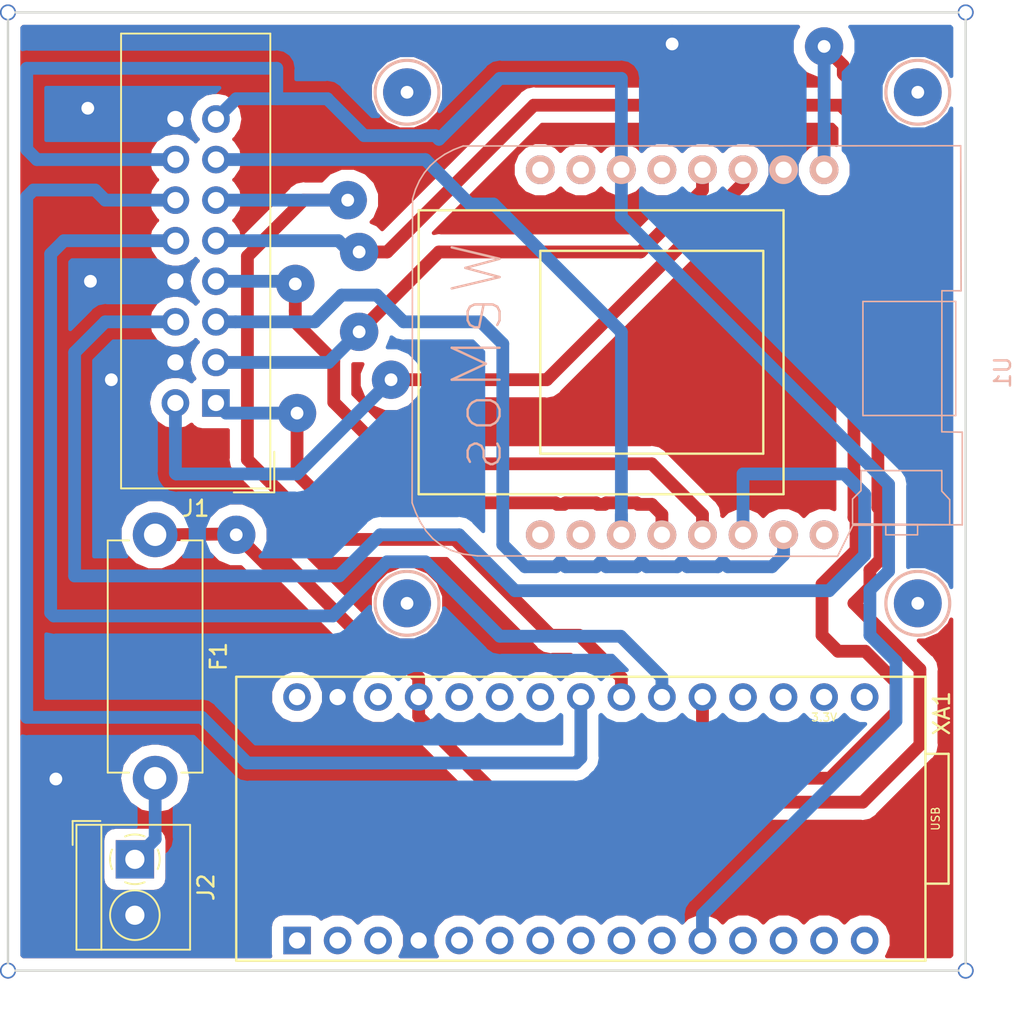
<source format=kicad_pcb>
(kicad_pcb (version 20171130) (host pcbnew "(5.0.1)-4")

  (general
    (thickness 1.6)
    (drawings 8)
    (tracks 258)
    (zones 0)
    (modules 5)
    (nets 44)
  )

  (page A4)
  (layers
    (0 F.Cu signal)
    (31 B.Cu signal)
    (32 B.Adhes user)
    (33 F.Adhes user)
    (34 B.Paste user)
    (35 F.Paste user)
    (36 B.SilkS user)
    (37 F.SilkS user)
    (38 B.Mask user)
    (39 F.Mask user)
    (40 Dwgs.User user)
    (41 Cmts.User user)
    (42 Eco1.User user)
    (43 Eco2.User user)
    (44 Edge.Cuts user)
    (45 Margin user)
    (46 B.CrtYd user)
    (47 F.CrtYd user)
    (48 B.Fab user)
    (49 F.Fab user)
  )

  (setup
    (last_trace_width 0.8)
    (trace_clearance 0.7)
    (zone_clearance 0.508)
    (zone_45_only no)
    (trace_min 0.2)
    (segment_width 0.2)
    (edge_width 0.15)
    (via_size 2.4)
    (via_drill 0.8)
    (via_min_size 0.4)
    (via_min_drill 0.3)
    (uvia_size 0.3)
    (uvia_drill 0.1)
    (uvias_allowed no)
    (uvia_min_size 0.2)
    (uvia_min_drill 0.1)
    (pcb_text_width 0.3)
    (pcb_text_size 1.5 1.5)
    (mod_edge_width 0.15)
    (mod_text_size 1 1)
    (mod_text_width 0.15)
    (pad_size 1.85 1.85)
    (pad_drill 1.85)
    (pad_to_mask_clearance 0.051)
    (solder_mask_min_width 0.25)
    (aux_axis_origin 100 120)
    (visible_elements 7FFFFFFF)
    (pcbplotparams
      (layerselection 0x01000_ffffffff)
      (usegerberextensions false)
      (usegerberattributes false)
      (usegerberadvancedattributes false)
      (creategerberjobfile false)
      (excludeedgelayer true)
      (linewidth 0.100000)
      (plotframeref false)
      (viasonmask false)
      (mode 1)
      (useauxorigin true)
      (hpglpennumber 1)
      (hpglpenspeed 20)
      (hpglpendiameter 15.000000)
      (psnegative false)
      (psa4output false)
      (plotreference true)
      (plotvalue true)
      (plotinvisibletext false)
      (padsonsilk false)
      (subtractmaskfromsilk false)
      (outputformat 1)
      (mirror false)
      (drillshape 0)
      (scaleselection 1)
      (outputdirectory "C:/Users/fabri/OneDrive/GitHub/Wifi_Screen_LED_64x32/Drawing_and_pcb/schemas_screen_led_64x32/"))
  )

  (net 0 "")
  (net 1 +5V)
  (net 2 "Net-(F1-Pad2)")
  (net 3 R1)
  (net 4 G1)
  (net 5 B1)
  (net 6 GND)
  (net 7 R2)
  (net 8 G2)
  (net 9 B2)
  (net 10 A)
  (net 11 B)
  (net 12 C)
  (net 13 D)
  (net 14 CLK)
  (net 15 LAT)
  (net 16 "Net-(U1-Pad8)")
  (net 17 "Net-(U1-Pad7)")
  (net 18 "Net-(U1-Pad5)")
  (net 19 "Net-(U1-Pad16)")
  (net 20 "Net-(U1-Pad10)")
  (net 21 "Net-(U1-Pad9)")
  (net 22 "Net-(XA1-PadVIN)")
  (net 23 "Net-(XA1-PadRST2)")
  (net 24 "Net-(XA1-PadA7)")
  (net 25 "Net-(XA1-PadA6)")
  (net 26 "Net-(XA1-PadA5)")
  (net 27 "Net-(XA1-PadAREF)")
  (net 28 "Net-(XA1-Pad3V3)")
  (net 29 "Net-(XA1-PadD13)")
  (net 30 "Net-(XA1-PadD12)")
  (net 31 "Net-(XA1-PadD11)")
  (net 32 "Net-(XA1-PadD10)")
  (net 33 "Net-(XA1-PadD9)")
  (net 34 "Net-(XA1-PadD7)")
  (net 35 "Net-(XA1-PadD6)")
  (net 36 "Net-(XA1-PadD5)")
  (net 37 "Net-(XA1-PadD4)")
  (net 38 "Net-(XA1-PadD3)")
  (net 39 "Net-(XA1-PadD2)")
  (net 40 "Net-(XA1-PadRST1)")
  (net 41 "Net-(XA1-PadD0)")
  (net 42 "Net-(XA1-PadD1)")
  (net 43 "Net-(XA1-PadA0)")

  (net_class Default "Ceci est la Netclass par défaut."
    (clearance 0.7)
    (trace_width 0.8)
    (via_dia 2.4)
    (via_drill 0.8)
    (uvia_dia 0.3)
    (uvia_drill 0.1)
    (add_net +5V)
    (add_net A)
    (add_net B)
    (add_net B1)
    (add_net B2)
    (add_net C)
    (add_net CLK)
    (add_net D)
    (add_net G1)
    (add_net G2)
    (add_net GND)
    (add_net LAT)
    (add_net "Net-(F1-Pad2)")
    (add_net "Net-(U1-Pad10)")
    (add_net "Net-(U1-Pad16)")
    (add_net "Net-(U1-Pad5)")
    (add_net "Net-(U1-Pad7)")
    (add_net "Net-(U1-Pad8)")
    (add_net "Net-(U1-Pad9)")
    (add_net "Net-(XA1-Pad3V3)")
    (add_net "Net-(XA1-PadA0)")
    (add_net "Net-(XA1-PadA5)")
    (add_net "Net-(XA1-PadA6)")
    (add_net "Net-(XA1-PadA7)")
    (add_net "Net-(XA1-PadAREF)")
    (add_net "Net-(XA1-PadD0)")
    (add_net "Net-(XA1-PadD1)")
    (add_net "Net-(XA1-PadD10)")
    (add_net "Net-(XA1-PadD11)")
    (add_net "Net-(XA1-PadD12)")
    (add_net "Net-(XA1-PadD13)")
    (add_net "Net-(XA1-PadD2)")
    (add_net "Net-(XA1-PadD3)")
    (add_net "Net-(XA1-PadD4)")
    (add_net "Net-(XA1-PadD5)")
    (add_net "Net-(XA1-PadD6)")
    (add_net "Net-(XA1-PadD7)")
    (add_net "Net-(XA1-PadD9)")
    (add_net "Net-(XA1-PadRST1)")
    (add_net "Net-(XA1-PadRST2)")
    (add_net "Net-(XA1-PadVIN)")
    (add_net R1)
    (add_net R2)
  )

  (module Arduino:Arduino_Nano_Socket (layer F.Cu) (tedit 5E62C2E2) (tstamp 5E683FEB)
    (at 157.48 110.49 90)
    (descr https://store.arduino.cc/arduino-nano)
    (path /5E4EF7DA)
    (fp_text reference XA1 (at 6.604 1.016 90) (layer F.SilkS)
      (effects (font (size 1 1) (thickness 0.15)))
    )
    (fp_text value Arduino_Nano_Socket (at 0 -21.082 180) (layer F.Fab)
      (effects (font (size 1 1) (thickness 0.15)))
    )
    (fp_line (start -8.89 -43.18) (end -8.89 0) (layer F.SilkS) (width 0.15))
    (fp_line (start 8.89 -43.18) (end 8.89 0) (layer F.SilkS) (width 0.15))
    (fp_line (start -8.89 0) (end 8.89 0) (layer F.SilkS) (width 0.15))
    (fp_line (start -8.89 -43.18) (end 8.89 -43.18) (layer F.SilkS) (width 0.15))
    (fp_line (start 4.064 1.45) (end 4.064 0) (layer F.SilkS) (width 0.15))
    (fp_line (start -4.064 1.45) (end 4.064 1.45) (layer F.SilkS) (width 0.15))
    (fp_line (start -4.064 0) (end -4.064 1.45) (layer F.SilkS) (width 0.15))
    (fp_line (start 9.144 1.778) (end -3.302 1.778) (layer F.CrtYd) (width 0.15))
    (fp_line (start 9.144 -43.434) (end 9.144 1.778) (layer F.CrtYd) (width 0.15))
    (fp_line (start -9.144 -43.434) (end 9.144 -43.434) (layer F.CrtYd) (width 0.15))
    (fp_line (start -9.144 -22.606) (end -9.144 -43.434) (layer F.CrtYd) (width 0.15))
    (fp_line (start -9.144 1.778) (end -9.144 -22.606) (layer F.CrtYd) (width 0.15))
    (fp_line (start -3.302 1.778) (end -9.144 1.778) (layer F.CrtYd) (width 0.15))
    (fp_circle (center -2.54 -41.91) (end -2.032 -41.91) (layer F.Fab) (width 0.15))
    (fp_circle (center 0 -41.91) (end 0.508 -41.91) (layer F.Fab) (width 0.15))
    (fp_circle (center -2.54 -39.37) (end -2.032 -39.37) (layer F.Fab) (width 0.15))
    (fp_circle (center 2.54 -41.91) (end 3.048 -41.91) (layer F.Fab) (width 0.15))
    (fp_circle (center 2.54 -39.37) (end 3.048 -39.37) (layer F.Fab) (width 0.15))
    (fp_circle (center 0 -39.37) (end 0.508 -39.37) (layer F.Fab) (width 0.15))
    (fp_text user ICSP (at 0 -40.64 90) (layer F.Fab)
      (effects (font (size 1 1) (thickness 0.15)))
    )
    (fp_text user 3.3V (at 6.35 -6.35 180) (layer F.SilkS)
      (effects (font (size 0.5 0.5) (thickness 0.075)))
    )
    (fp_text user USB (at 0 0.635 90) (layer F.SilkS)
      (effects (font (size 0.5 0.5) (thickness 0.075)))
    )
    (pad D1 thru_hole rect (at -7.62 -39.37 90) (size 1.7272 1.7272) (drill 1.016) (layers *.Cu *.Mask)
      (net 42 "Net-(XA1-PadD1)"))
    (pad D0 thru_hole circle (at -7.62 -36.83 90) (size 1.7272 1.7272) (drill 1.016) (layers *.Cu *.Mask)
      (net 41 "Net-(XA1-PadD0)"))
    (pad RST1 thru_hole circle (at -7.62 -34.29 90) (size 1.7272 1.7272) (drill 1.016) (layers *.Cu *.Mask)
      (net 40 "Net-(XA1-PadRST1)"))
    (pad GND1 thru_hole circle (at -7.62 -31.75 90) (size 1.7272 1.7272) (drill 1.016) (layers *.Cu *.Mask)
      (net 6 GND))
    (pad D2 thru_hole circle (at -7.62 -29.21 90) (size 1.7272 1.7272) (drill 1.016) (layers *.Cu *.Mask)
      (net 39 "Net-(XA1-PadD2)"))
    (pad D3 thru_hole circle (at -7.62 -26.67 90) (size 1.7272 1.7272) (drill 1.016) (layers *.Cu *.Mask)
      (net 38 "Net-(XA1-PadD3)"))
    (pad D4 thru_hole circle (at -7.62 -24.13 90) (size 1.7272 1.7272) (drill 1.016) (layers *.Cu *.Mask)
      (net 37 "Net-(XA1-PadD4)"))
    (pad D5 thru_hole circle (at -7.62 -21.59 90) (size 1.7272 1.7272) (drill 1.016) (layers *.Cu *.Mask)
      (net 36 "Net-(XA1-PadD5)"))
    (pad D6 thru_hole circle (at -7.62 -19.05 90) (size 1.7272 1.7272) (drill 1.016) (layers *.Cu *.Mask)
      (net 35 "Net-(XA1-PadD6)"))
    (pad D7 thru_hole circle (at -7.62 -16.51 90) (size 1.7272 1.7272) (drill 1.016) (layers *.Cu *.Mask)
      (net 34 "Net-(XA1-PadD7)"))
    (pad D8 thru_hole circle (at -7.62 -13.97 90) (size 1.7272 1.7272) (drill 1.016) (layers *.Cu *.Mask)
      (net 15 LAT))
    (pad D9 thru_hole circle (at -7.62 -11.43 90) (size 1.7272 1.7272) (drill 1.016) (layers *.Cu *.Mask)
      (net 33 "Net-(XA1-PadD9)"))
    (pad D10 thru_hole circle (at -7.62 -8.89 90) (size 1.7272 1.7272) (drill 1.016) (layers *.Cu *.Mask)
      (net 32 "Net-(XA1-PadD10)"))
    (pad D11 thru_hole circle (at -7.62 -6.35 90) (size 1.7272 1.7272) (drill 1.016) (layers *.Cu *.Mask)
      (net 31 "Net-(XA1-PadD11)"))
    (pad D12 thru_hole circle (at -7.62 -3.81 90) (size 1.7272 1.7272) (drill 1.016) (layers *.Cu *.Mask)
      (net 30 "Net-(XA1-PadD12)"))
    (pad D13 thru_hole circle (at 7.62 -3.81 90) (size 1.7272 1.7272) (drill 1.016) (layers *.Cu *.Mask)
      (net 29 "Net-(XA1-PadD13)"))
    (pad 3V3 thru_hole circle (at 7.62 -6.35 90) (size 1.7272 1.7272) (drill 1.016) (layers *.Cu *.Mask)
      (net 28 "Net-(XA1-Pad3V3)"))
    (pad AREF thru_hole circle (at 7.62 -8.89 90) (size 1.7272 1.7272) (drill 1.016) (layers *.Cu *.Mask)
      (net 27 "Net-(XA1-PadAREF)"))
    (pad A0 thru_hole circle (at 7.62 -11.43 90) (size 1.7272 1.7272) (drill 1.016) (layers *.Cu *.Mask)
      (net 43 "Net-(XA1-PadA0)"))
    (pad A1 thru_hole circle (at 7.62 -13.97 90) (size 1.7272 1.7272) (drill 1.016) (layers *.Cu *.Mask)
      (net 10 A))
    (pad A2 thru_hole circle (at 7.62 -16.51 90) (size 1.7272 1.7272) (drill 1.016) (layers *.Cu *.Mask)
      (net 11 B))
    (pad A3 thru_hole circle (at 7.62 -19.05 90) (size 1.7272 1.7272) (drill 1.016) (layers *.Cu *.Mask)
      (net 12 C))
    (pad A4 thru_hole circle (at 7.62 -21.59 90) (size 1.7272 1.7272) (drill 1.016) (layers *.Cu *.Mask)
      (net 13 D))
    (pad A5 thru_hole circle (at 7.62 -24.13 90) (size 1.7272 1.7272) (drill 1.016) (layers *.Cu *.Mask)
      (net 26 "Net-(XA1-PadA5)"))
    (pad A6 thru_hole circle (at 7.62 -26.67 90) (size 1.7272 1.7272) (drill 1.016) (layers *.Cu *.Mask)
      (net 25 "Net-(XA1-PadA6)"))
    (pad A7 thru_hole circle (at 7.62 -29.21 90) (size 1.7272 1.7272) (drill 1.016) (layers *.Cu *.Mask)
      (net 24 "Net-(XA1-PadA7)"))
    (pad 5V thru_hole circle (at 7.62 -31.75 90) (size 1.7272 1.7272) (drill 1.016) (layers *.Cu *.Mask)
      (net 1 +5V))
    (pad RST2 thru_hole circle (at 7.62 -34.29 90) (size 1.7272 1.7272) (drill 1.016) (layers *.Cu *.Mask)
      (net 23 "Net-(XA1-PadRST2)"))
    (pad GND2 thru_hole circle (at 7.62 -36.83 90) (size 1.7272 1.7272) (drill 1.016) (layers *.Cu *.Mask)
      (net 6 GND))
    (pad VIN thru_hole circle (at 7.62 -39.37 90) (size 1.7272 1.7272) (drill 1.016) (layers *.Cu *.Mask)
      (net 22 "Net-(XA1-PadVIN)"))
  )

  (module Connector_IDC:IDC-Header_2x08_P2.54mm_Vertical (layer F.Cu) (tedit 59DE0341) (tstamp 5E683F31)
    (at 113.03 84.455 180)
    (descr "Through hole straight IDC box header, 2x08, 2.54mm pitch, double rows")
    (tags "Through hole IDC box header THT 2x08 2.54mm double row")
    (path /5E5037BA)
    (fp_text reference J1 (at 1.27 -6.604 180) (layer F.SilkS)
      (effects (font (size 1 1) (thickness 0.15)))
    )
    (fp_text value Conn_01x16_Male (at 1.27 24.384 180) (layer F.Fab)
      (effects (font (size 1 1) (thickness 0.15)))
    )
    (fp_text user %R (at 1.27 8.89 180) (layer F.Fab)
      (effects (font (size 1 1) (thickness 0.15)))
    )
    (fp_line (start 5.695 -5.1) (end 5.695 22.88) (layer F.Fab) (width 0.1))
    (fp_line (start 5.145 -4.56) (end 5.145 22.32) (layer F.Fab) (width 0.1))
    (fp_line (start -3.155 -5.1) (end -3.155 22.88) (layer F.Fab) (width 0.1))
    (fp_line (start -2.605 -4.56) (end -2.605 6.64) (layer F.Fab) (width 0.1))
    (fp_line (start -2.605 11.14) (end -2.605 22.32) (layer F.Fab) (width 0.1))
    (fp_line (start -2.605 6.64) (end -3.155 6.64) (layer F.Fab) (width 0.1))
    (fp_line (start -2.605 11.14) (end -3.155 11.14) (layer F.Fab) (width 0.1))
    (fp_line (start 5.695 -5.1) (end -3.155 -5.1) (layer F.Fab) (width 0.1))
    (fp_line (start 5.145 -4.56) (end -2.605 -4.56) (layer F.Fab) (width 0.1))
    (fp_line (start 5.695 22.88) (end -3.155 22.88) (layer F.Fab) (width 0.1))
    (fp_line (start 5.145 22.32) (end -2.605 22.32) (layer F.Fab) (width 0.1))
    (fp_line (start 5.695 -5.1) (end 5.145 -4.56) (layer F.Fab) (width 0.1))
    (fp_line (start 5.695 22.88) (end 5.145 22.32) (layer F.Fab) (width 0.1))
    (fp_line (start -3.155 -5.1) (end -2.605 -4.56) (layer F.Fab) (width 0.1))
    (fp_line (start -3.155 22.88) (end -2.605 22.32) (layer F.Fab) (width 0.1))
    (fp_line (start 5.95 -5.35) (end 5.95 23.13) (layer F.CrtYd) (width 0.05))
    (fp_line (start 5.95 23.13) (end -3.41 23.13) (layer F.CrtYd) (width 0.05))
    (fp_line (start -3.41 23.13) (end -3.41 -5.35) (layer F.CrtYd) (width 0.05))
    (fp_line (start -3.41 -5.35) (end 5.95 -5.35) (layer F.CrtYd) (width 0.05))
    (fp_line (start 5.945 -5.35) (end 5.945 23.13) (layer F.SilkS) (width 0.12))
    (fp_line (start 5.945 23.13) (end -3.405 23.13) (layer F.SilkS) (width 0.12))
    (fp_line (start -3.405 23.13) (end -3.405 -5.35) (layer F.SilkS) (width 0.12))
    (fp_line (start -3.405 -5.35) (end 5.945 -5.35) (layer F.SilkS) (width 0.12))
    (fp_line (start -3.655 -5.6) (end -3.655 -3.06) (layer F.SilkS) (width 0.12))
    (fp_line (start -3.655 -5.6) (end -1.115 -5.6) (layer F.SilkS) (width 0.12))
    (pad 1 thru_hole rect (at 0 0 180) (size 1.7272 1.7272) (drill 1.016) (layers *.Cu *.Mask)
      (net 3 R1))
    (pad 2 thru_hole oval (at 2.54 0 180) (size 1.7272 1.7272) (drill 1.016) (layers *.Cu *.Mask)
      (net 4 G1))
    (pad 3 thru_hole oval (at 0 2.54 180) (size 1.7272 1.7272) (drill 1.016) (layers *.Cu *.Mask)
      (net 5 B1))
    (pad 4 thru_hole oval (at 2.54 2.54 180) (size 1.7272 1.7272) (drill 1.016) (layers *.Cu *.Mask)
      (net 6 GND))
    (pad 5 thru_hole oval (at 0 5.08 180) (size 1.7272 1.7272) (drill 1.016) (layers *.Cu *.Mask)
      (net 7 R2))
    (pad 6 thru_hole oval (at 2.54 5.08 180) (size 1.7272 1.7272) (drill 1.016) (layers *.Cu *.Mask)
      (net 8 G2))
    (pad 7 thru_hole oval (at 0 7.62 180) (size 1.7272 1.7272) (drill 1.016) (layers *.Cu *.Mask)
      (net 9 B2))
    (pad 8 thru_hole oval (at 2.54 7.62 180) (size 1.7272 1.7272) (drill 1.016) (layers *.Cu *.Mask)
      (net 6 GND))
    (pad 9 thru_hole oval (at 0 10.16 180) (size 1.7272 1.7272) (drill 1.016) (layers *.Cu *.Mask)
      (net 10 A))
    (pad 10 thru_hole oval (at 2.54 10.16 180) (size 1.7272 1.7272) (drill 1.016) (layers *.Cu *.Mask)
      (net 11 B))
    (pad 11 thru_hole oval (at 0 12.7 180) (size 1.7272 1.7272) (drill 1.016) (layers *.Cu *.Mask)
      (net 12 C))
    (pad 12 thru_hole oval (at 2.54 12.7 180) (size 1.7272 1.7272) (drill 1.016) (layers *.Cu *.Mask)
      (net 13 D))
    (pad 13 thru_hole oval (at 0 15.24 180) (size 1.7272 1.7272) (drill 1.016) (layers *.Cu *.Mask)
      (net 14 CLK))
    (pad 14 thru_hole oval (at 2.54 15.24 180) (size 1.7272 1.7272) (drill 1.016) (layers *.Cu *.Mask)
      (net 15 LAT))
    (pad 15 thru_hole oval (at 0 17.78 180) (size 1.7272 1.7272) (drill 1.016) (layers *.Cu *.Mask)
      (net 15 LAT))
    (pad 16 thru_hole oval (at 2.54 17.78 180) (size 1.7272 1.7272) (drill 1.016) (layers *.Cu *.Mask)
      (net 6 GND))
    (model ${KISYS3DMOD}/Connector_IDC.3dshapes/IDC-Header_2x08_P2.54mm_Vertical.wrl
      (at (xyz 0 0 0))
      (scale (xyz 1 1 1))
      (rotate (xyz 0 0 0))
    )
  )

  (module D1_mini:D1_mini_board (layer B.Cu) (tedit 5766F65E) (tstamp 5E683FAF)
    (at 143.51 81.28 270)
    (path /5E4EF739)
    (fp_text reference U1 (at 1.27 -18.81 270) (layer B.SilkS)
      (effects (font (size 1 1) (thickness 0.15)) (justify mirror))
    )
    (fp_text value WeMos_mini (at 1.27 19.05 270) (layer B.Fab)
      (effects (font (size 1 1) (thickness 0.15)) (justify mirror))
    )
    (fp_text user WeMos (at 0.289806 14.091735 270) (layer B.SilkS)
      (effects (font (size 3 3) (thickness 0.15)) (justify mirror))
    )
    (fp_line (start -6.35 -3.81) (end -6.35 10.16) (layer F.SilkS) (width 0.15))
    (fp_line (start -6.35 10.16) (end 6.35 10.16) (layer F.SilkS) (width 0.15))
    (fp_line (start 6.35 10.16) (end 6.35 -3.81) (layer F.SilkS) (width 0.15))
    (fp_line (start 6.35 -3.81) (end -6.35 -3.81) (layer F.SilkS) (width 0.15))
    (fp_line (start -8.89 -5.08) (end 8.89 -5.08) (layer F.SilkS) (width 0.15))
    (fp_line (start 8.89 -5.08) (end 8.89 17.78) (layer F.SilkS) (width 0.15))
    (fp_line (start 8.89 17.78) (end -8.89 17.78) (layer F.SilkS) (width 0.15))
    (fp_line (start -8.89 17.78) (end -8.89 -5.08) (layer F.SilkS) (width 0.15))
    (fp_line (start 10.817472 -16.277228) (end 5.00618 -16.277228) (layer B.SilkS) (width 0.1))
    (fp_line (start 5.00618 -16.277228) (end 4.979849 -14.993795) (layer B.SilkS) (width 0.1))
    (fp_line (start 4.979849 -14.993795) (end -3.851373 -15.000483) (layer B.SilkS) (width 0.1))
    (fp_line (start -3.851373 -15.000483) (end -3.849397 -16.202736) (layer B.SilkS) (width 0.1))
    (fp_line (start -3.849397 -16.202736) (end -12.930193 -16.176658) (layer B.SilkS) (width 0.1))
    (fp_line (start -12.930193 -16.176658) (end -12.916195 14.993493) (layer B.SilkS) (width 0.1))
    (fp_line (start -12.916195 14.993493) (end -12.683384 15.596286) (layer B.SilkS) (width 0.1))
    (fp_line (start -12.683384 15.596286) (end -12.399901 16.141167) (layer B.SilkS) (width 0.1))
    (fp_line (start -12.399901 16.141167) (end -12.065253 16.627577) (layer B.SilkS) (width 0.1))
    (fp_line (start -12.065253 16.627577) (end -11.678953 17.054952) (layer B.SilkS) (width 0.1))
    (fp_line (start -11.678953 17.054952) (end -11.240512 17.422741) (layer B.SilkS) (width 0.1))
    (fp_line (start -11.240512 17.422741) (end -10.74944 17.730377) (layer B.SilkS) (width 0.1))
    (fp_line (start -10.74944 17.730377) (end -10.20525 17.97731) (layer B.SilkS) (width 0.1))
    (fp_line (start -10.20525 17.97731) (end -9.607453 18.162976) (layer B.SilkS) (width 0.1))
    (fp_line (start -9.607453 18.162976) (end 9.43046 18.191734) (layer B.SilkS) (width 0.1))
    (fp_line (start 9.43046 18.191734) (end 10.049824 17.957741) (layer B.SilkS) (width 0.1))
    (fp_line (start 10.049824 17.957741) (end 10.638018 17.673258) (layer B.SilkS) (width 0.1))
    (fp_line (start 10.638018 17.673258) (end 11.181445 17.323743) (layer B.SilkS) (width 0.1))
    (fp_line (start 11.181445 17.323743) (end 11.666503 16.894658) (layer B.SilkS) (width 0.1))
    (fp_line (start 11.666503 16.894658) (end 12.079595 16.37146) (layer B.SilkS) (width 0.1))
    (fp_line (start 12.079595 16.37146) (end 12.407122 15.739613) (layer B.SilkS) (width 0.1))
    (fp_line (start 12.407122 15.739613) (end 12.635482 14.984575) (layer B.SilkS) (width 0.1))
    (fp_line (start 12.635482 14.984575) (end 12.751078 14.091807) (layer B.SilkS) (width 0.1))
    (fp_line (start 12.751078 14.091807) (end 12.776026 -8.463285) (layer B.SilkS) (width 0.1))
    (fp_line (start 12.776026 -8.463285) (end 10.83248 -9.424181) (layer B.SilkS) (width 0.1))
    (fp_line (start 10.83248 -9.424181) (end 10.802686 -16.232524) (layer B.SilkS) (width 0.1))
    (fp_line (start -3.17965 -10.051451) (end 3.959931 -10.051451) (layer B.SilkS) (width 0.1))
    (fp_line (start 3.959931 -10.051451) (end 3.959931 -15.865188) (layer B.SilkS) (width 0.1))
    (fp_line (start 3.959931 -15.865188) (end -3.17965 -15.865188) (layer B.SilkS) (width 0.1))
    (fp_line (start -3.17965 -15.865188) (end -3.17965 -10.051451) (layer B.SilkS) (width 0.1))
    (fp_line (start 10.7436 -9.402349) (end 9.191378 -9.402349) (layer B.SilkS) (width 0.1))
    (fp_line (start 9.191378 -9.402349) (end 8.662211 -9.931515) (layer B.SilkS) (width 0.1))
    (fp_line (start 8.662211 -9.931515) (end 7.40985 -9.931515) (layer B.SilkS) (width 0.1))
    (fp_line (start 7.40985 -9.931515) (end 7.40985 -14.993876) (layer B.SilkS) (width 0.1))
    (fp_line (start 7.40985 -14.993876) (end 8.697489 -14.993876) (layer B.SilkS) (width 0.1))
    (fp_line (start 8.697489 -14.993876) (end 9.226656 -15.487765) (layer B.SilkS) (width 0.1))
    (fp_line (start 9.226656 -15.487765) (end 10.796517 -15.487765) (layer B.SilkS) (width 0.1))
    (fp_line (start 10.796517 -15.487765) (end 10.7436 -9.402349) (layer B.SilkS) (width 0.1))
    (fp_line (start 10.778878 -11.483738) (end 11.431517 -11.483738) (layer B.SilkS) (width 0.1))
    (fp_line (start 11.431517 -11.483738) (end 11.431517 -13.476932) (layer B.SilkS) (width 0.1))
    (fp_line (start 11.431517 -13.476932) (end 10.814156 -13.476932) (layer B.SilkS) (width 0.1))
    (pad 8 thru_hole circle (at -11.43 10.16 270) (size 1.8 1.8) (drill 1.016) (layers *.Cu *.Mask B.SilkS)
      (net 16 "Net-(U1-Pad8)"))
    (pad 7 thru_hole circle (at -11.43 7.62 270) (size 1.8 1.8) (drill 1.016) (layers *.Cu *.Mask B.SilkS)
      (net 17 "Net-(U1-Pad7)"))
    (pad 6 thru_hole circle (at -11.43 5.08 270) (size 1.8 1.8) (drill 1.016) (layers *.Cu *.Mask B.SilkS)
      (net 15 LAT))
    (pad 5 thru_hole circle (at -11.43 2.54 270) (size 1.8 1.8) (drill 1.016) (layers *.Cu *.Mask B.SilkS)
      (net 18 "Net-(U1-Pad5)"))
    (pad 4 thru_hole circle (at -11.43 0 270) (size 1.8 1.8) (drill 1.016) (layers *.Cu *.Mask B.SilkS)
      (net 5 B1))
    (pad 3 thru_hole circle (at -11.43 -2.54 270) (size 1.8 1.8) (drill 1.016) (layers *.Cu *.Mask B.SilkS)
      (net 4 G1))
    (pad 2 thru_hole circle (at -11.43 -5.08 270) (size 1.8 1.8) (drill 1.016) (layers *.Cu *.Mask B.SilkS)
      (net 6 GND))
    (pad 1 thru_hole circle (at -11.43 -7.62 270) (size 1.8 1.8) (drill 1.016) (layers *.Cu *.Mask B.SilkS)
      (net 1 +5V))
    (pad 16 thru_hole circle (at 11.43 -7.62 270) (size 1.8 1.8) (drill 1.016) (layers *.Cu *.Mask B.SilkS)
      (net 19 "Net-(U1-Pad16)"))
    (pad 15 thru_hole circle (at 11.43 -5.08 270) (size 1.8 1.8) (drill 1.016) (layers *.Cu *.Mask B.SilkS)
      (net 7 R2))
    (pad 14 thru_hole circle (at 11.43 -2.54 270) (size 1.8 1.8) (drill 1.016) (layers *.Cu *.Mask B.SilkS)
      (net 8 G2))
    (pad 13 thru_hole circle (at 11.43 0 270) (size 1.8 1.8) (drill 1.016) (layers *.Cu *.Mask B.SilkS)
      (net 9 B2))
    (pad 12 thru_hole circle (at 11.43 2.54 270) (size 1.8 1.8) (drill 1.016) (layers *.Cu *.Mask B.SilkS)
      (net 3 R1))
    (pad 11 thru_hole circle (at 11.43 5.08 270) (size 1.8 1.8) (drill 1.016) (layers *.Cu *.Mask B.SilkS)
      (net 14 CLK))
    (pad 10 thru_hole circle (at 11.43 7.62 270) (size 1.8 1.8) (drill 1.016) (layers *.Cu *.Mask B.SilkS)
      (net 20 "Net-(U1-Pad10)"))
    (pad 9 thru_hole circle (at 11.43 10.16 270) (size 1.8 1.8) (drill 1.016) (layers *.Cu *.Mask B.SilkS)
      (net 21 "Net-(U1-Pad9)"))
  )

  (module Resistor_THT:R_Axial_DIN0614_L14.3mm_D5.7mm_P15.24mm_Horizontal (layer F.Cu) (tedit 5AE5139B) (tstamp 5E683F03)
    (at 109.22 92.71 270)
    (descr "Resistor, Axial_DIN0614 series, Axial, Horizontal, pin pitch=15.24mm, 1.5W, length*diameter=14.3*5.7mm^2")
    (tags "Resistor Axial_DIN0614 series Axial Horizontal pin pitch 15.24mm 1.5W length 14.3mm diameter 5.7mm")
    (path /5E5693D9)
    (fp_text reference F1 (at 7.62 -3.97 270) (layer F.SilkS)
      (effects (font (size 1 1) (thickness 0.15)))
    )
    (fp_text value Fuse (at 7.62 3.97 270) (layer F.Fab)
      (effects (font (size 1 1) (thickness 0.15)))
    )
    (fp_line (start 0.47 -2.85) (end 0.47 2.85) (layer F.Fab) (width 0.1))
    (fp_line (start 0.47 2.85) (end 14.77 2.85) (layer F.Fab) (width 0.1))
    (fp_line (start 14.77 2.85) (end 14.77 -2.85) (layer F.Fab) (width 0.1))
    (fp_line (start 14.77 -2.85) (end 0.47 -2.85) (layer F.Fab) (width 0.1))
    (fp_line (start 0 0) (end 0.47 0) (layer F.Fab) (width 0.1))
    (fp_line (start 15.24 0) (end 14.77 0) (layer F.Fab) (width 0.1))
    (fp_line (start 0.35 -1.64) (end 0.35 -2.97) (layer F.SilkS) (width 0.12))
    (fp_line (start 0.35 -2.97) (end 14.89 -2.97) (layer F.SilkS) (width 0.12))
    (fp_line (start 14.89 -2.97) (end 14.89 -1.64) (layer F.SilkS) (width 0.12))
    (fp_line (start 0.35 1.64) (end 0.35 2.97) (layer F.SilkS) (width 0.12))
    (fp_line (start 0.35 2.97) (end 14.89 2.97) (layer F.SilkS) (width 0.12))
    (fp_line (start 14.89 2.97) (end 14.89 1.64) (layer F.SilkS) (width 0.12))
    (fp_line (start -1.65 -3.1) (end -1.65 3.1) (layer F.CrtYd) (width 0.05))
    (fp_line (start -1.65 3.1) (end 16.89 3.1) (layer F.CrtYd) (width 0.05))
    (fp_line (start 16.89 3.1) (end 16.89 -3.1) (layer F.CrtYd) (width 0.05))
    (fp_line (start 16.89 -3.1) (end -1.65 -3.1) (layer F.CrtYd) (width 0.05))
    (fp_text user %R (at 7.62 0 270) (layer F.Fab)
      (effects (font (size 1 1) (thickness 0.15)))
    )
    (pad 1 thru_hole circle (at 0 0 270) (size 2.8 2.8) (drill 1.4) (layers *.Cu *.Mask)
      (net 1 +5V))
    (pad 2 thru_hole oval (at 15.24 0 270) (size 2.8 2.8) (drill 1.4) (layers *.Cu *.Mask)
      (net 2 "Net-(F1-Pad2)"))
    (model ${KISYS3DMOD}/Resistor_THT.3dshapes/R_Axial_DIN0614_L14.3mm_D5.7mm_P15.24mm_Horizontal.wrl
      (at (xyz 0 0 0))
      (scale (xyz 1 1 1))
      (rotate (xyz 0 0 0))
    )
  )

  (module TerminalBlock_4Ucon:TerminalBlock_4Ucon_1x02_P3.50mm_Horizontal (layer F.Cu) (tedit 5B294E91) (tstamp 5E683F69)
    (at 107.95 113.03 270)
    (descr "Terminal Block 4Ucon ItemNo. 19963, 2 pins, pitch 3.5mm, size 7.7x7mm^2, drill diamater 1.2mm, pad diameter 2.4mm, see http://www.4uconnector.com/online/object/4udrawing/19963.pdf, script-generated using https://github.com/pointhi/kicad-footprint-generator/scripts/TerminalBlock_4Ucon")
    (tags "THT Terminal Block 4Ucon ItemNo. 19963 pitch 3.5mm size 7.7x7mm^2 drill 1.2mm pad 2.4mm")
    (path /5E50D873)
    (fp_text reference J2 (at 1.75 -4.46 270) (layer F.SilkS)
      (effects (font (size 1 1) (thickness 0.15)))
    )
    (fp_text value Screw_Terminal_01x02 (at 1.75 4.66 270) (layer F.Fab)
      (effects (font (size 1 1) (thickness 0.15)))
    )
    (fp_arc (start 0 0) (end 0 1.555) (angle -23) (layer F.SilkS) (width 0.12))
    (fp_arc (start 0 0) (end 1.432 0.608) (angle -46) (layer F.SilkS) (width 0.12))
    (fp_arc (start 0 0) (end 0.608 -1.432) (angle -46) (layer F.SilkS) (width 0.12))
    (fp_arc (start 0 0) (end -1.432 -0.608) (angle -46) (layer F.SilkS) (width 0.12))
    (fp_arc (start 0 0) (end -0.608 1.432) (angle -24) (layer F.SilkS) (width 0.12))
    (fp_circle (center 0 0) (end 1.375 0) (layer F.Fab) (width 0.1))
    (fp_circle (center 3.5 0) (end 4.875 0) (layer F.Fab) (width 0.1))
    (fp_circle (center 3.5 0) (end 5.055 0) (layer F.SilkS) (width 0.12))
    (fp_line (start -2.1 -3.4) (end 5.6 -3.4) (layer F.Fab) (width 0.1))
    (fp_line (start 5.6 -3.4) (end 5.6 3.6) (layer F.Fab) (width 0.1))
    (fp_line (start 5.6 3.6) (end -0.6 3.6) (layer F.Fab) (width 0.1))
    (fp_line (start -0.6 3.6) (end -2.1 2.1) (layer F.Fab) (width 0.1))
    (fp_line (start -2.1 2.1) (end -2.1 -3.4) (layer F.Fab) (width 0.1))
    (fp_line (start -2.1 2.1) (end 5.6 2.1) (layer F.Fab) (width 0.1))
    (fp_line (start -2.16 2.1) (end 5.66 2.1) (layer F.SilkS) (width 0.12))
    (fp_line (start -2.16 -3.46) (end 5.66 -3.46) (layer F.SilkS) (width 0.12))
    (fp_line (start -2.16 3.66) (end 5.66 3.66) (layer F.SilkS) (width 0.12))
    (fp_line (start -2.16 -3.46) (end -2.16 3.66) (layer F.SilkS) (width 0.12))
    (fp_line (start 5.66 -3.46) (end 5.66 3.66) (layer F.SilkS) (width 0.12))
    (fp_line (start -1.1 -0.069) (end -0.069 -0.069) (layer F.Fab) (width 0.1))
    (fp_line (start -0.069 -0.069) (end -0.069 -1.1) (layer F.Fab) (width 0.1))
    (fp_line (start -0.069 -1.1) (end 0.069 -1.1) (layer F.Fab) (width 0.1))
    (fp_line (start 0.069 -1.1) (end 0.069 -0.069) (layer F.Fab) (width 0.1))
    (fp_line (start 0.069 -0.069) (end 1.1 -0.069) (layer F.Fab) (width 0.1))
    (fp_line (start 1.1 -0.069) (end 1.1 0.069) (layer F.Fab) (width 0.1))
    (fp_line (start 1.1 0.069) (end 0.069 0.069) (layer F.Fab) (width 0.1))
    (fp_line (start 0.069 0.069) (end 0.069 1.1) (layer F.Fab) (width 0.1))
    (fp_line (start 0.069 1.1) (end -0.069 1.1) (layer F.Fab) (width 0.1))
    (fp_line (start -0.069 1.1) (end -0.069 0.069) (layer F.Fab) (width 0.1))
    (fp_line (start -0.069 0.069) (end -1.1 0.069) (layer F.Fab) (width 0.1))
    (fp_line (start -1.1 0.069) (end -1.1 -0.069) (layer F.Fab) (width 0.1))
    (fp_line (start 2.4 -0.069) (end 3.431 -0.069) (layer F.Fab) (width 0.1))
    (fp_line (start 3.431 -0.069) (end 3.431 -1.1) (layer F.Fab) (width 0.1))
    (fp_line (start 3.431 -1.1) (end 3.569 -1.1) (layer F.Fab) (width 0.1))
    (fp_line (start 3.569 -1.1) (end 3.569 -0.069) (layer F.Fab) (width 0.1))
    (fp_line (start 3.569 -0.069) (end 4.6 -0.069) (layer F.Fab) (width 0.1))
    (fp_line (start 4.6 -0.069) (end 4.6 0.069) (layer F.Fab) (width 0.1))
    (fp_line (start 4.6 0.069) (end 3.569 0.069) (layer F.Fab) (width 0.1))
    (fp_line (start 3.569 0.069) (end 3.569 1.1) (layer F.Fab) (width 0.1))
    (fp_line (start 3.569 1.1) (end 3.431 1.1) (layer F.Fab) (width 0.1))
    (fp_line (start 3.431 1.1) (end 3.431 0.069) (layer F.Fab) (width 0.1))
    (fp_line (start 3.431 0.069) (end 2.4 0.069) (layer F.Fab) (width 0.1))
    (fp_line (start 2.4 0.069) (end 2.4 -0.069) (layer F.Fab) (width 0.1))
    (fp_line (start -2.4 2.16) (end -2.4 3.9) (layer F.SilkS) (width 0.12))
    (fp_line (start -2.4 3.9) (end -0.9 3.9) (layer F.SilkS) (width 0.12))
    (fp_line (start -2.6 -3.9) (end -2.6 4.1) (layer F.CrtYd) (width 0.05))
    (fp_line (start -2.6 4.1) (end 6.1 4.1) (layer F.CrtYd) (width 0.05))
    (fp_line (start 6.1 4.1) (end 6.1 -3.9) (layer F.CrtYd) (width 0.05))
    (fp_line (start 6.1 -3.9) (end -2.6 -3.9) (layer F.CrtYd) (width 0.05))
    (fp_text user %R (at 1.75 2.9 270) (layer F.Fab)
      (effects (font (size 1 1) (thickness 0.15)))
    )
    (pad 1 thru_hole rect (at 0 0 270) (size 2.4 2.4) (drill 1.2) (layers *.Cu *.Mask)
      (net 2 "Net-(F1-Pad2)"))
    (pad 2 thru_hole circle (at 3.5 0 270) (size 2.4 2.4) (drill 1.2) (layers *.Cu *.Mask)
      (net 6 GND))
    (model ${KISYS3DMOD}/TerminalBlock_4Ucon.3dshapes/TerminalBlock_4Ucon_1x02_P3.50mm_Horizontal.wrl
      (at (xyz 0 0 0))
      (scale (xyz 1 1 1))
      (rotate (xyz 0 0 0))
    )
  )

  (gr_circle (center 157 97) (end 159 97) (layer B.SilkS) (width 0.2))
  (gr_circle (center 125 97) (end 123 97) (layer B.SilkS) (width 0.2))
  (gr_circle (center 157 65) (end 159 65) (layer B.SilkS) (width 0.2))
  (gr_circle (center 125 65) (end 127 65) (layer B.SilkS) (width 0.2))
  (gr_line (start 160 60) (end 100 60) (layer Edge.Cuts) (width 0.15))
  (gr_line (start 160 120) (end 160 60) (layer Edge.Cuts) (width 0.15))
  (gr_line (start 100 120) (end 160 120) (layer Edge.Cuts) (width 0.15))
  (gr_line (start 100 60) (end 100 120) (layer Edge.Cuts) (width 0.15))

  (via (at 125 65) (size 3) (drill 0.8) (layers F.Cu B.Cu) (net 0))
  (via (at 157 65) (size 3) (drill 0.8) (layers F.Cu B.Cu) (net 0))
  (via (at 125 97) (size 3) (drill 0.8) (layers F.Cu B.Cu) (net 0))
  (via (at 157 97) (size 3) (drill 0.8) (layers F.Cu B.Cu) (net 0))
  (via (at 160 60) (size 1) (drill 0.8) (layers F.Cu B.Cu) (net 0))
  (via (at 100 60) (size 1) (drill 0.8) (layers F.Cu B.Cu) (net 0))
  (via (at 160 120) (size 1) (drill 0.8) (layers F.Cu B.Cu) (net 0))
  (via (at 100 120) (size 1) (drill 0.8) (layers F.Cu B.Cu) (net 0))
  (segment (start 114.3 92.71) (end 114.3 92.71) (width 0.8) (layer F.Cu) (net 1))
  (segment (start 110.071334 92.71) (end 114.3 92.65) (width 0.8) (layer F.Cu) (net 1))
  (segment (start 114.3 92.71) (end 114.3 92.65) (width 0.8) (layer F.Cu) (net 1) (tstamp 5E6F5887))
  (via (at 114.3 92.71) (size 2.4) (drill 0.8) (layers F.Cu B.Cu) (net 1))
  (segment (start 125.73 104.091314) (end 125.73 102.87) (width 0.8) (layer F.Cu) (net 1))
  (segment (start 151.13 69.85) (end 151.13 64.87) (width 0.8) (layer B.Cu) (net 1))
  (segment (start 151.13 64.87) (end 151.13 62.13) (width 0.8) (layer B.Cu) (net 1))
  (via (at 151.13 62.13) (size 2.4) (drill 0.8) (layers F.Cu B.Cu) (net 1))
  (segment (start 131.088696 109.45001) (end 125.73 104.091314) (width 0.8) (layer F.Cu) (net 1))
  (segment (start 157.133611 101.133611) (end 157.133611 105.866389) (width 0.8) (layer F.Cu) (net 1))
  (segment (start 154 94.921336) (end 154 96) (width 0.8) (layer F.Cu) (net 1))
  (segment (start 157.133611 105.866389) (end 153.54999 109.45001) (width 0.8) (layer F.Cu) (net 1))
  (segment (start 154 96) (end 153 97) (width 0.8) (layer F.Cu) (net 1))
  (segment (start 154.630011 94.291325) (end 154 94.921336) (width 0.8) (layer F.Cu) (net 1))
  (segment (start 151.13 62.13) (end 152.329999 63.329999) (width 0.8) (layer F.Cu) (net 1))
  (segment (start 154.50001 90.998674) (end 154.630011 91.128675) (width 0.8) (layer F.Cu) (net 1))
  (segment (start 152.329999 63.329999) (end 152.329999 63.847329) (width 0.8) (layer F.Cu) (net 1))
  (segment (start 154.630011 91.128675) (end 154.630011 94.291325) (width 0.8) (layer F.Cu) (net 1))
  (segment (start 154.630011 66.147341) (end 154.630011 71.431325) (width 0.8) (layer F.Cu) (net 1))
  (segment (start 153.54999 109.45001) (end 131.088696 109.45001) (width 0.8) (layer F.Cu) (net 1))
  (segment (start 152.329999 63.847329) (end 154.630011 66.147341) (width 0.8) (layer F.Cu) (net 1))
  (segment (start 154.630011 71.431325) (end 154.50001 71.561326) (width 0.8) (layer F.Cu) (net 1))
  (segment (start 153 97) (end 157.133611 101.133611) (width 0.8) (layer F.Cu) (net 1))
  (segment (start 154.50001 71.561326) (end 154.50001 90.998674) (width 0.8) (layer F.Cu) (net 1))
  (segment (start 116.090009 94.500009) (end 117.500009 94.500009) (width 0.8) (layer F.Cu) (net 1))
  (segment (start 114.3 92.71) (end 116.090009 94.500009) (width 0.8) (layer F.Cu) (net 1))
  (segment (start 117.500009 94.500009) (end 123 100) (width 0.8) (layer F.Cu) (net 1))
  (segment (start 125.73 101.648686) (end 125.73 102.87) (width 0.8) (layer F.Cu) (net 1))
  (segment (start 124.987713 100.906399) (end 125.73 101.648686) (width 0.8) (layer F.Cu) (net 1))
  (segment (start 123.766399 100.906399) (end 124.987713 100.906399) (width 0.8) (layer F.Cu) (net 1))
  (segment (start 123 100.14) (end 123.766399 100.906399) (width 0.8) (layer F.Cu) (net 1))
  (segment (start 123 100) (end 123 100.14) (width 0.8) (layer F.Cu) (net 1))
  (segment (start 109.22 107.95) (end 109.22 111.76) (width 0.8) (layer B.Cu) (net 2))
  (segment (start 109.22 111.76) (end 107.95 113.03) (width 0.8) (layer B.Cu) (net 2))
  (segment (start 134.310001 90.709999) (end 125.288003 90.709999) (width 0.8) (layer F.Cu) (net 3))
  (segment (start 134.929999 90.709999) (end 134.834998 90.805) (width 0.8) (layer F.Cu) (net 3))
  (segment (start 136.850001 90.709999) (end 134.929999 90.709999) (width 0.8) (layer F.Cu) (net 3))
  (segment (start 136.945002 90.805) (end 136.850001 90.709999) (width 0.8) (layer F.Cu) (net 3))
  (segment (start 137.374998 90.805) (end 136.945002 90.805) (width 0.8) (layer F.Cu) (net 3))
  (segment (start 134.834998 90.805) (end 134.405002 90.805) (width 0.8) (layer F.Cu) (net 3))
  (segment (start 140.97 91.437208) (end 140.337792 90.805) (width 0.8) (layer F.Cu) (net 3))
  (segment (start 140.97 92.71) (end 140.97 91.437208) (width 0.8) (layer F.Cu) (net 3))
  (segment (start 140.337792 90.805) (end 139.485002 90.805) (width 0.8) (layer F.Cu) (net 3))
  (segment (start 139.485002 90.805) (end 139.390001 90.709999) (width 0.8) (layer F.Cu) (net 3))
  (segment (start 139.390001 90.709999) (end 137.469999 90.709999) (width 0.8) (layer F.Cu) (net 3))
  (segment (start 134.405002 90.805) (end 134.310001 90.709999) (width 0.8) (layer F.Cu) (net 3))
  (segment (start 137.469999 90.709999) (end 137.374998 90.805) (width 0.8) (layer F.Cu) (net 3))
  (segment (start 125.288003 90.709999) (end 125.073001 90.925001) (width 0.8) (layer F.Cu) (net 3))
  (via (at 118.11 85.09) (size 2.4) (drill 0.8) (layers F.Cu B.Cu) (net 3))
  (segment (start 125.288003 90.709999) (end 119.919999 90.709999) (width 0.8) (layer F.Cu) (net 3))
  (segment (start 118.11 88.9) (end 119.919999 90.709999) (width 0.8) (layer F.Cu) (net 3))
  (segment (start 118.11 85.09) (end 118.11 88.9) (width 0.8) (layer F.Cu) (net 3))
  (segment (start 113.665 85.09) (end 113.03 84.455) (width 0.8) (layer B.Cu) (net 3))
  (segment (start 118.11 85.09) (end 113.665 85.09) (width 0.8) (layer B.Cu) (net 3))
  (via (at 124 83) (size 2.4) (drill 0.8) (layers F.Cu B.Cu) (net 4))
  (segment (start 116 88.9) (end 110.538686 88.9) (width 0.8) (layer B.Cu) (net 4))
  (segment (start 116.434002 88.9) (end 116 88.9) (width 0.8) (layer B.Cu) (net 4))
  (segment (start 110.49 88.851314) (end 110.49 84.455) (width 0.8) (layer B.Cu) (net 4))
  (segment (start 110.538686 88.9) (end 110.49 88.851314) (width 0.8) (layer B.Cu) (net 4))
  (segment (start 146.05 70.704126) (end 146.05 69.85) (width 0.8) (layer F.Cu) (net 4))
  (segment (start 133.754126 83) (end 146.05 70.704126) (width 0.8) (layer F.Cu) (net 4))
  (segment (start 124 83) (end 133.754126 83) (width 0.8) (layer F.Cu) (net 4))
  (segment (start 118.1 88.9) (end 124 83) (width 0.8) (layer B.Cu) (net 4))
  (segment (start 116 88.9) (end 118.1 88.9) (width 0.8) (layer B.Cu) (net 4))
  (via (at 122 80) (size 2.4) (drill 0.8) (layers F.Cu B.Cu) (net 5))
  (segment (start 120.085 81.915) (end 122 80) (width 0.8) (layer B.Cu) (net 5))
  (segment (start 113.03 81.915) (end 120.085 81.915) (width 0.8) (layer B.Cu) (net 5))
  (segment (start 143.51 71.122792) (end 139.632792 75) (width 0.8) (layer F.Cu) (net 5))
  (segment (start 143.51 69.85) (end 143.51 71.122792) (width 0.8) (layer F.Cu) (net 5))
  (segment (start 127 75) (end 122 80) (width 0.8) (layer F.Cu) (net 5))
  (segment (start 139.632792 75) (end 127 75) (width 0.8) (layer F.Cu) (net 5))
  (segment (start 148.59 69.85) (end 148.59 68.577208) (width 0.8) (layer B.Cu) (net 6))
  (segment (start 125.73 111.125) (end 125.73 116.84) (width 0.8) (layer B.Cu) (net 6))
  (segment (start 113.665 111.125) (end 125.73 111.125) (width 0.8) (layer B.Cu) (net 6))
  (segment (start 125.73 116.84) (end 125.73 118.11) (width 0.8) (layer B.Cu) (net 6))
  (segment (start 107.95 116.53) (end 112.07 116.53) (width 0.8) (layer B.Cu) (net 6))
  (segment (start 113.665 114.935) (end 113.665 111.125) (width 0.8) (layer B.Cu) (net 6))
  (segment (start 112.07 116.53) (end 113.665 114.935) (width 0.8) (layer B.Cu) (net 6))
  (segment (start 109.268686 66.675) (end 108.593686 66) (width 0.8) (layer B.Cu) (net 6))
  (segment (start 110.49 66.675) (end 109.268686 66.675) (width 0.8) (layer B.Cu) (net 6))
  (segment (start 108.593686 66) (end 105 66) (width 0.8) (layer B.Cu) (net 6))
  (via (at 105 66) (size 2.4) (drill 0.8) (layers F.Cu B.Cu) (net 6))
  (segment (start 110.49 76.835) (end 105.165 76.835) (width 0.8) (layer B.Cu) (net 6))
  (via (at 105.165 76.835) (size 2.4) (drill 0.8) (layers F.Cu B.Cu) (net 6))
  (segment (start 110.49 81.915) (end 107.085 81.915) (width 0.8) (layer B.Cu) (net 6))
  (via (at 106.47503 83) (size 2.4) (drill 0.8) (layers F.Cu B.Cu) (net 6))
  (segment (start 107.085 81.915) (end 106.47503 82.52497) (width 0.8) (layer B.Cu) (net 6))
  (segment (start 106.47503 82.52497) (end 106.47503 83) (width 0.8) (layer B.Cu) (net 6))
  (segment (start 106.47503 78.14503) (end 105.165 76.835) (width 0.8) (layer F.Cu) (net 6))
  (segment (start 106.47503 83) (end 106.47503 78.14503) (width 0.8) (layer F.Cu) (net 6))
  (segment (start 105.165 66.165) (end 105 66) (width 0.8) (layer F.Cu) (net 6))
  (segment (start 105.165 76.835) (end 105.165 66.165) (width 0.8) (layer F.Cu) (net 6))
  (segment (start 141.607792 61.975) (end 141.607792 61.595) (width 0.8) (layer B.Cu) (net 6))
  (segment (start 148.59 68.577208) (end 141.607792 61.975) (width 0.8) (layer B.Cu) (net 6))
  (segment (start 141.582792 62) (end 141.607792 61.975) (width 0.8) (layer F.Cu) (net 6))
  (segment (start 105 66) (end 105 63) (width 0.8) (layer F.Cu) (net 6))
  (segment (start 105 63) (end 106 62) (width 0.8) (layer F.Cu) (net 6))
  (segment (start 106 62) (end 141.582792 62) (width 0.8) (layer F.Cu) (net 6))
  (via (at 141.607792 61.975) (size 2.4) (drill 0.8) (layers F.Cu B.Cu) (net 6))
  (segment (start 106.47503 83) (end 103 86.47503) (width 0.8) (layer F.Cu) (net 6))
  (via (at 103 108) (size 2.4) (drill 0.8) (layers F.Cu B.Cu) (net 6))
  (segment (start 103 108) (end 103 115) (width 0.8) (layer B.Cu) (net 6))
  (segment (start 104.53 116.53) (end 107.95 116.53) (width 0.8) (layer B.Cu) (net 6))
  (segment (start 103 115) (end 104.53 116.53) (width 0.8) (layer B.Cu) (net 6))
  (segment (start 120.65 101.648686) (end 120.65 102.87) (width 0.8) (layer F.Cu) (net 6))
  (segment (start 119.001314 100) (end 120.65 101.648686) (width 0.8) (layer F.Cu) (net 6))
  (segment (start 103 100) (end 119.001314 100) (width 0.8) (layer F.Cu) (net 6))
  (segment (start 103 100) (end 103 108) (width 0.8) (layer F.Cu) (net 6))
  (segment (start 103 86.47503) (end 103 100) (width 0.8) (layer F.Cu) (net 6))
  (segment (start 148.59 93.982792) (end 148.59 92.71) (width 0.8) (layer B.Cu) (net 7))
  (segment (start 147.862791 94.710001) (end 148.59 93.982792) (width 0.8) (layer B.Cu) (net 7))
  (segment (start 144.78 94.400002) (end 145.089999 94.710001) (width 0.8) (layer B.Cu) (net 7))
  (segment (start 144.470001 94.710001) (end 144.78 94.400002) (width 0.8) (layer B.Cu) (net 7))
  (segment (start 142.549999 94.710001) (end 144.470001 94.710001) (width 0.8) (layer B.Cu) (net 7))
  (segment (start 134.310001 94.710001) (end 134.62 94.400002) (width 0.8) (layer B.Cu) (net 7))
  (segment (start 131 93.320002) (end 132.389999 94.710001) (width 0.8) (layer B.Cu) (net 7))
  (segment (start 131 80.75) (end 131 93.320002) (width 0.8) (layer B.Cu) (net 7))
  (segment (start 141.930001 94.710001) (end 142.24 94.400002) (width 0.8) (layer B.Cu) (net 7))
  (segment (start 132.389999 94.710001) (end 134.310001 94.710001) (width 0.8) (layer B.Cu) (net 7))
  (segment (start 129.625 79.375) (end 131 80.75) (width 0.8) (layer B.Cu) (net 7))
  (segment (start 134.62 94.400002) (end 134.929999 94.710001) (width 0.8) (layer B.Cu) (net 7))
  (segment (start 134.929999 94.710001) (end 136.850001 94.710001) (width 0.8) (layer B.Cu) (net 7))
  (segment (start 136.850001 94.710001) (end 137.16 94.400002) (width 0.8) (layer B.Cu) (net 7))
  (segment (start 145.089999 94.710001) (end 147.862791 94.710001) (width 0.8) (layer B.Cu) (net 7))
  (segment (start 139.7 94.400002) (end 140.009999 94.710001) (width 0.8) (layer B.Cu) (net 7))
  (segment (start 137.16 94.400002) (end 137.469999 94.710001) (width 0.8) (layer B.Cu) (net 7))
  (segment (start 137.469999 94.710001) (end 139.390001 94.710001) (width 0.8) (layer B.Cu) (net 7))
  (segment (start 139.390001 94.710001) (end 139.7 94.400002) (width 0.8) (layer B.Cu) (net 7))
  (segment (start 140.009999 94.710001) (end 141.930001 94.710001) (width 0.8) (layer B.Cu) (net 7))
  (segment (start 142.24 94.400002) (end 142.549999 94.710001) (width 0.8) (layer B.Cu) (net 7))
  (segment (start 114.251314 79.375) (end 113.03 79.375) (width 0.8) (layer B.Cu) (net 7))
  (segment (start 119.220998 79.375) (end 114.251314 79.375) (width 0.8) (layer B.Cu) (net 7))
  (segment (start 120.895999 77.699999) (end 119.220998 79.375) (width 0.8) (layer B.Cu) (net 7))
  (segment (start 123.104001 77.699999) (end 120.895999 77.699999) (width 0.8) (layer B.Cu) (net 7))
  (segment (start 124.779002 79.375) (end 123.104001 77.699999) (width 0.8) (layer B.Cu) (net 7))
  (segment (start 129.625 79.375) (end 124.779002 79.375) (width 0.8) (layer B.Cu) (net 7))
  (segment (start 146.05 88.9) (end 146.05 92.71) (width 0.8) (layer B.Cu) (net 8))
  (segment (start 152.4 88.9) (end 146.05 88.9) (width 0.8) (layer B.Cu) (net 8))
  (segment (start 153.67 93.98) (end 153.67 90.17) (width 0.8) (layer B.Cu) (net 8))
  (segment (start 151.439989 96.210011) (end 153.67 93.98) (width 0.8) (layer B.Cu) (net 8))
  (segment (start 131.768675 96.210011) (end 151.439989 96.210011) (width 0.8) (layer B.Cu) (net 8))
  (segment (start 128.268664 92.71) (end 131.768675 96.210011) (width 0.8) (layer B.Cu) (net 8))
  (segment (start 106.093686 79.375) (end 104.17503 81.293656) (width 0.8) (layer B.Cu) (net 8))
  (segment (start 110.49 79.375) (end 106.093686 79.375) (width 0.8) (layer B.Cu) (net 8))
  (segment (start 104.17503 81.293656) (end 104.17503 95.28503) (width 0.8) (layer B.Cu) (net 8))
  (segment (start 153.67 90.17) (end 152.4 88.9) (width 0.8) (layer B.Cu) (net 8))
  (segment (start 104.17503 95.28503) (end 120.745634 95.28503) (width 0.8) (layer B.Cu) (net 8))
  (segment (start 120.745634 95.28503) (end 123.320664 92.71) (width 0.8) (layer B.Cu) (net 8))
  (segment (start 123.320664 92.71) (end 128.268664 92.71) (width 0.8) (layer B.Cu) (net 8))
  (segment (start 125.94632 88.325) (end 126.00632 88.265) (width 0.8) (layer F.Cu) (net 9))
  (segment (start 123.825 88.325) (end 125.94632 88.325) (width 0.8) (layer F.Cu) (net 9))
  (segment (start 143.51 91.437208) (end 143.51 92.71) (width 0.8) (layer F.Cu) (net 9))
  (segment (start 140.337792 88.265) (end 143.51 91.437208) (width 0.8) (layer F.Cu) (net 9))
  (segment (start 126.00632 88.265) (end 140.337792 88.265) (width 0.8) (layer F.Cu) (net 9))
  (via (at 118 77) (size 2.4) (drill 0.8) (layers F.Cu B.Cu) (net 9))
  (segment (start 117.835 76.835) (end 118 77) (width 0.8) (layer B.Cu) (net 9))
  (segment (start 113.03 76.835) (end 117.835 76.835) (width 0.8) (layer B.Cu) (net 9))
  (segment (start 118 78.697056) (end 118 77) (width 0.8) (layer F.Cu) (net 9))
  (segment (start 118 79.404002) (end 118 78.697056) (width 0.8) (layer F.Cu) (net 9))
  (segment (start 120.410001 81.814003) (end 118 79.404002) (width 0.8) (layer F.Cu) (net 9))
  (segment (start 120.410001 84.410001) (end 120.410001 81.814003) (width 0.8) (layer F.Cu) (net 9))
  (segment (start 123.825 87.825) (end 120.410001 84.410001) (width 0.8) (layer F.Cu) (net 9))
  (segment (start 123.825 88.325) (end 123.825 87.825) (width 0.8) (layer F.Cu) (net 9))
  (via (at 122 75) (size 2.4) (drill 0.8) (layers F.Cu B.Cu) (net 10))
  (segment (start 121.41 75) (end 122 75) (width 0.8) (layer B.Cu) (net 10))
  (segment (start 120.705 74.295) (end 121.41 75) (width 0.8) (layer B.Cu) (net 10))
  (segment (start 113.03 74.295) (end 120.705 74.295) (width 0.8) (layer B.Cu) (net 10))
  (segment (start 123.755 75) (end 122 75) (width 0.8) (layer F.Cu) (net 10))
  (segment (start 132.94501 65.80999) (end 123.755 75) (width 0.8) (layer F.Cu) (net 10))
  (segment (start 152.171327 65.809991) (end 132.94501 65.80999) (width 0.8) (layer F.Cu) (net 10))
  (segment (start 155.633601 101.927471) (end 153.70613 100) (width 0.8) (layer F.Cu) (net 10))
  (segment (start 153.70613 100) (end 152 100) (width 0.8) (layer F.Cu) (net 10))
  (segment (start 155.633601 103.812529) (end 155.633601 101.927471) (width 0.8) (layer F.Cu) (net 10))
  (segment (start 151.49613 107.95) (end 155.633601 103.812529) (width 0.8) (layer F.Cu) (net 10))
  (segment (start 143.51 103.505) (end 143.51 104.726314) (width 0.8) (layer F.Cu) (net 10))
  (segment (start 146.733686 107.95) (end 151.49613 107.95) (width 0.8) (layer F.Cu) (net 10))
  (segment (start 143.51 104.726314) (end 146.733686 107.95) (width 0.8) (layer F.Cu) (net 10))
  (segment (start 153.130001 93.670001) (end 153.130001 91.749999) (width 0.8) (layer F.Cu) (net 10))
  (segment (start 152 100) (end 151 99) (width 0.8) (layer F.Cu) (net 10))
  (segment (start 151 99) (end 151 95.800002) (width 0.8) (layer F.Cu) (net 10))
  (segment (start 151 95.800002) (end 153.130001 93.670001) (width 0.8) (layer F.Cu) (net 10))
  (segment (start 153.130001 91.749999) (end 153 91.619998) (width 0.8) (layer F.Cu) (net 10))
  (segment (start 153 91.619998) (end 153 70.940002) (width 0.8) (layer F.Cu) (net 10))
  (segment (start 153 70.940002) (end 153.130001 70.810001) (width 0.8) (layer F.Cu) (net 10))
  (segment (start 153.130001 66.768665) (end 152.171327 65.809991) (width 0.8) (layer F.Cu) (net 10))
  (segment (start 153.130001 70.810001) (end 153.130001 66.768665) (width 0.8) (layer F.Cu) (net 10))
  (segment (start 140.97 101.648686) (end 140.97 102.87) (width 0.8) (layer B.Cu) (net 11))
  (segment (start 130.81 99.06) (end 138.381314 99.06) (width 0.8) (layer B.Cu) (net 11))
  (segment (start 123.751999 94.399999) (end 126.149999 94.399999) (width 0.8) (layer B.Cu) (net 11))
  (segment (start 103.505 74.295) (end 102.67502 75.12498) (width 0.8) (layer B.Cu) (net 11))
  (segment (start 110.49 74.295) (end 103.505 74.295) (width 0.8) (layer B.Cu) (net 11))
  (segment (start 126.149999 94.399999) (end 130.81 99.06) (width 0.8) (layer B.Cu) (net 11))
  (segment (start 102.67502 75.12498) (end 102.67502 97.59502) (width 0.8) (layer B.Cu) (net 11))
  (segment (start 102.67502 97.59502) (end 102.87 97.79) (width 0.8) (layer B.Cu) (net 11))
  (segment (start 138.381314 99.06) (end 140.97 101.648686) (width 0.8) (layer B.Cu) (net 11))
  (segment (start 102.87 97.79) (end 120.361998 97.79) (width 0.8) (layer B.Cu) (net 11))
  (segment (start 120.361998 97.79) (end 123.751999 94.399999) (width 0.8) (layer B.Cu) (net 11))
  (segment (start 121.285 71.755) (end 121.285 71.755) (width 0.8) (layer B.Cu) (net 12))
  (segment (start 121.285 71.755) (end 113.03 71.755) (width 0.8) (layer B.Cu) (net 12) (tstamp 5E6F62AB))
  (via (at 121.285 71.755) (size 2.4) (drill 0.8) (layers F.Cu B.Cu) (net 12))
  (segment (start 115 75.270998) (end 115 88) (width 0.8) (layer F.Cu) (net 12))
  (segment (start 121.285 71.755) (end 118.515998 71.755) (width 0.8) (layer F.Cu) (net 12))
  (segment (start 118.515998 71.755) (end 115 75.270998) (width 0.8) (layer F.Cu) (net 12))
  (segment (start 115 88) (end 120 93) (width 0.8) (layer F.Cu) (net 12))
  (segment (start 120 93) (end 128 93) (width 0.8) (layer F.Cu) (net 12))
  (segment (start 128 93) (end 134 99) (width 0.8) (layer F.Cu) (net 12))
  (segment (start 138.43 101.648686) (end 138.43 102.87) (width 0.8) (layer F.Cu) (net 12))
  (segment (start 135.781314 99) (end 138.43 101.648686) (width 0.8) (layer F.Cu) (net 12))
  (segment (start 134 99) (end 135.781314 99) (width 0.8) (layer F.Cu) (net 12))
  (segment (start 135.57 107) (end 135.89 106.68) (width 0.8) (layer B.Cu) (net 13))
  (segment (start 115 107) (end 135.57 107) (width 0.8) (layer B.Cu) (net 13))
  (segment (start 112.14 104.14) (end 115 107) (width 0.8) (layer B.Cu) (net 13))
  (segment (start 135.89 106.68) (end 135.89 102.87) (width 0.8) (layer B.Cu) (net 13))
  (segment (start 106.093686 71.755) (end 105.458686 71.12) (width 0.8) (layer B.Cu) (net 13))
  (segment (start 110.49 71.755) (end 106.093686 71.755) (width 0.8) (layer B.Cu) (net 13))
  (segment (start 105.458686 71.12) (end 101.6 71.12) (width 0.8) (layer B.Cu) (net 13))
  (segment (start 101.6 71.12) (end 101.17501 71.54499) (width 0.8) (layer B.Cu) (net 13))
  (segment (start 101.17501 71.54499) (end 101.17501 104.14) (width 0.8) (layer B.Cu) (net 13))
  (segment (start 101.17501 104.14) (end 112.14 104.14) (width 0.8) (layer B.Cu) (net 13))
  (segment (start 138.43 91.437208) (end 138.43 92.71) (width 0.8) (layer B.Cu) (net 14))
  (segment (start 138.43 80.01) (end 138.43 92.71) (width 0.8) (layer B.Cu) (net 14))
  (segment (start 130.42 72) (end 138.43 80.01) (width 0.8) (layer B.Cu) (net 14))
  (segment (start 128.933666 72) (end 130.42 72) (width 0.8) (layer B.Cu) (net 14))
  (segment (start 113.03 69.215) (end 126.148666 69.215) (width 0.8) (layer B.Cu) (net 14))
  (segment (start 126.148666 69.215) (end 128.933666 72) (width 0.8) (layer B.Cu) (net 14))
  (segment (start 138.43 69.85) (end 138.43 69.429998) (width 0.8) (layer F.Cu) (net 15))
  (segment (start 114.3 65.405) (end 113.03 66.675) (width 0.8) (layer B.Cu) (net 15))
  (segment (start 138.43 69.85) (end 138.43 64.135) (width 0.8) (layer B.Cu) (net 15))
  (segment (start 138.43 64.135) (end 130.81 64.135) (width 0.8) (layer B.Cu) (net 15))
  (segment (start 116.84 65.405) (end 114.3 65.405) (width 0.8) (layer B.Cu) (net 15))
  (segment (start 116.84 63.5) (end 116.84 65.405) (width 0.8) (layer B.Cu) (net 15))
  (segment (start 101.17501 63.5) (end 116.84 63.5) (width 0.8) (layer B.Cu) (net 15))
  (segment (start 101.17501 68.58) (end 101.17501 63.5) (width 0.8) (layer B.Cu) (net 15))
  (segment (start 110.49 69.215) (end 101.81001 69.215) (width 0.8) (layer B.Cu) (net 15))
  (segment (start 101.81001 69.215) (end 101.17501 68.58) (width 0.8) (layer B.Cu) (net 15))
  (segment (start 130.81 64.135) (end 127 67.945) (width 0.8) (layer B.Cu) (net 15))
  (segment (start 122.309991 67.714991) (end 120 65.405) (width 0.8) (layer B.Cu) (net 15))
  (segment (start 126.769991 67.714991) (end 122.309991 67.714991) (width 0.8) (layer B.Cu) (net 15))
  (segment (start 127 67.945) (end 126.769991 67.714991) (width 0.8) (layer B.Cu) (net 15))
  (segment (start 120.015 65.405) (end 120 65.405) (width 0.8) (layer B.Cu) (net 15))
  (segment (start 120 65.405) (end 116.84 65.405) (width 0.8) (layer B.Cu) (net 15))
  (segment (start 143.51 116.49) (end 143.51 118.11) (width 0.8) (layer B.Cu) (net 15))
  (segment (start 155.633601 104.366399) (end 143.51 116.49) (width 0.8) (layer B.Cu) (net 15))
  (segment (start 155.633601 100.633601) (end 155.633601 104.366399) (width 0.8) (layer B.Cu) (net 15))
  (segment (start 138.43 69.85) (end 138.43 72.808666) (width 0.8) (layer B.Cu) (net 15))
  (segment (start 138.43 72.808666) (end 155.17001 89.548676) (width 0.8) (layer B.Cu) (net 15))
  (segment (start 155.170009 94.981989) (end 154 96.151998) (width 0.8) (layer B.Cu) (net 15))
  (segment (start 154 96.151998) (end 154 99) (width 0.8) (layer B.Cu) (net 15))
  (segment (start 155.17001 89.548676) (end 155.170009 94.981989) (width 0.8) (layer B.Cu) (net 15))
  (segment (start 154 99) (end 155.633601 100.633601) (width 0.8) (layer B.Cu) (net 15))

  (zone (net 6) (net_name GND) (layer B.Cu) (tstamp 0) (hatch edge 0.508)
    (connect_pads yes (clearance 0.7))
    (min_thickness 0.254)
    (fill yes (arc_segments 16) (thermal_gap 0.508) (thermal_bridge_width 0.508))
    (polygon
      (pts
        (xy 100 60) (xy 160 60) (xy 160 120) (xy 100 120)
      )
    )
    (filled_polygon
      (pts
        (xy 152.712352 104.303222) (xy 153.333719 104.5606) (xy 153.70416 104.5606) (xy 142.727833 115.536928) (xy 142.625383 115.605383)
        (xy 142.354192 116.011249) (xy 142.283 116.369154) (xy 142.283 116.369157) (xy 142.258963 116.49) (xy 142.283 116.610843)
        (xy 142.283 116.94613) (xy 142.24 116.98913) (xy 141.927648 116.676778) (xy 141.306281 116.4194) (xy 140.633719 116.4194)
        (xy 140.012352 116.676778) (xy 139.7 116.98913) (xy 139.387648 116.676778) (xy 138.766281 116.4194) (xy 138.093719 116.4194)
        (xy 137.472352 116.676778) (xy 137.16 116.98913) (xy 136.847648 116.676778) (xy 136.226281 116.4194) (xy 135.553719 116.4194)
        (xy 134.932352 116.676778) (xy 134.62 116.98913) (xy 134.307648 116.676778) (xy 133.686281 116.4194) (xy 133.013719 116.4194)
        (xy 132.392352 116.676778) (xy 132.08 116.98913) (xy 131.767648 116.676778) (xy 131.146281 116.4194) (xy 130.473719 116.4194)
        (xy 129.852352 116.676778) (xy 129.54 116.98913) (xy 129.227648 116.676778) (xy 128.606281 116.4194) (xy 127.933719 116.4194)
        (xy 127.312352 116.676778) (xy 126.836778 117.152352) (xy 126.5794 117.773719) (xy 126.5794 118.446281) (xy 126.836778 119.067648)
        (xy 126.86713 119.098) (xy 124.59287 119.098) (xy 124.623222 119.067648) (xy 124.8806 118.446281) (xy 124.8806 117.773719)
        (xy 124.623222 117.152352) (xy 124.147648 116.676778) (xy 123.526281 116.4194) (xy 122.853719 116.4194) (xy 122.232352 116.676778)
        (xy 121.92 116.98913) (xy 121.607648 116.676778) (xy 120.986281 116.4194) (xy 120.313719 116.4194) (xy 119.692352 116.676778)
        (xy 119.629566 116.739564) (xy 119.569833 116.650167) (xy 119.296279 116.467384) (xy 118.9736 116.403199) (xy 117.2464 116.403199)
        (xy 116.923721 116.467384) (xy 116.650167 116.650167) (xy 116.467384 116.923721) (xy 116.403199 117.2464) (xy 116.403199 118.9736)
        (xy 116.427944 119.098) (xy 100.974661 119.098) (xy 100.902 119.025339) (xy 100.902 111.83) (xy 105.906799 111.83)
        (xy 105.906799 114.23) (xy 105.970984 114.552679) (xy 106.153767 114.826233) (xy 106.427321 115.009016) (xy 106.75 115.073201)
        (xy 109.15 115.073201) (xy 109.472679 115.009016) (xy 109.746233 114.826233) (xy 109.929016 114.552679) (xy 109.993201 114.23)
        (xy 109.993201 112.722039) (xy 110.002169 112.71307) (xy 110.104617 112.644617) (xy 110.375808 112.238752) (xy 110.447 111.880847)
        (xy 110.447 111.880844) (xy 110.471037 111.760001) (xy 110.447 111.639158) (xy 110.447 109.808534) (xy 110.825577 109.555577)
        (xy 111.317788 108.818932) (xy 111.490629 107.95) (xy 111.317788 107.081068) (xy 110.825577 106.344423) (xy 110.088932 105.852212)
        (xy 109.439338 105.723) (xy 109.000662 105.723) (xy 108.351068 105.852212) (xy 107.614423 106.344423) (xy 107.122212 107.081068)
        (xy 106.949371 107.95) (xy 107.122212 108.818932) (xy 107.614423 109.555577) (xy 107.993 109.808535) (xy 107.993001 110.986799)
        (xy 106.75 110.986799) (xy 106.427321 111.050984) (xy 106.153767 111.233767) (xy 105.970984 111.507321) (xy 105.906799 111.83)
        (xy 100.902 111.83) (xy 100.902 105.336733) (xy 101.054163 105.367) (xy 101.17501 105.391038) (xy 101.295857 105.367)
        (xy 111.631761 105.367) (xy 114.04693 107.78217) (xy 114.115383 107.884617) (xy 114.521248 108.155808) (xy 114.879153 108.227)
        (xy 114.879157 108.227) (xy 115 108.251037) (xy 115.120843 108.227) (xy 135.449157 108.227) (xy 135.57 108.251037)
        (xy 135.690843 108.227) (xy 135.690847 108.227) (xy 136.048752 108.155808) (xy 136.454617 107.884617) (xy 136.523072 107.782167)
        (xy 136.672167 107.633072) (xy 136.774617 107.564617) (xy 137.045808 107.158752) (xy 137.117 106.800847) (xy 137.117 106.800844)
        (xy 137.141037 106.680001) (xy 137.117 106.559158) (xy 137.117 104.03387) (xy 137.16 103.99087) (xy 137.472352 104.303222)
        (xy 138.093719 104.5606) (xy 138.766281 104.5606) (xy 139.387648 104.303222) (xy 139.7 103.99087) (xy 140.012352 104.303222)
        (xy 140.633719 104.5606) (xy 141.306281 104.5606) (xy 141.927648 104.303222) (xy 142.24 103.99087) (xy 142.552352 104.303222)
        (xy 143.173719 104.5606) (xy 143.846281 104.5606) (xy 144.467648 104.303222) (xy 144.78 103.99087) (xy 145.092352 104.303222)
        (xy 145.713719 104.5606) (xy 146.386281 104.5606) (xy 147.007648 104.303222) (xy 147.32 103.99087) (xy 147.632352 104.303222)
        (xy 148.253719 104.5606) (xy 148.926281 104.5606) (xy 149.547648 104.303222) (xy 149.86 103.99087) (xy 150.172352 104.303222)
        (xy 150.793719 104.5606) (xy 151.466281 104.5606) (xy 152.087648 104.303222) (xy 152.4 103.99087)
      )
    )
    (filled_polygon
      (pts
        (xy 122.673 97.462869) (xy 123.027264 98.31814) (xy 123.68186 98.972736) (xy 124.537131 99.327) (xy 125.462869 99.327)
        (xy 126.31814 98.972736) (xy 126.972736 98.31814) (xy 127.327 97.462869) (xy 127.327 97.31224) (xy 129.856932 99.842173)
        (xy 129.925383 99.944617) (xy 130.027827 100.013068) (xy 130.027831 100.013072) (xy 130.226321 100.145698) (xy 130.331248 100.215808)
        (xy 130.689153 100.287) (xy 130.689157 100.287) (xy 130.81 100.311037) (xy 130.930843 100.287) (xy 137.873075 100.287)
        (xy 138.765475 101.1794) (xy 138.093719 101.1794) (xy 137.472352 101.436778) (xy 137.16 101.74913) (xy 136.847648 101.436778)
        (xy 136.226281 101.1794) (xy 135.553719 101.1794) (xy 134.932352 101.436778) (xy 134.62 101.74913) (xy 134.307648 101.436778)
        (xy 133.686281 101.1794) (xy 133.013719 101.1794) (xy 132.392352 101.436778) (xy 132.08 101.74913) (xy 131.767648 101.436778)
        (xy 131.146281 101.1794) (xy 130.473719 101.1794) (xy 129.852352 101.436778) (xy 129.54 101.74913) (xy 129.227648 101.436778)
        (xy 128.606281 101.1794) (xy 127.933719 101.1794) (xy 127.312352 101.436778) (xy 127 101.74913) (xy 126.687648 101.436778)
        (xy 126.066281 101.1794) (xy 125.393719 101.1794) (xy 124.772352 101.436778) (xy 124.46 101.74913) (xy 124.147648 101.436778)
        (xy 123.526281 101.1794) (xy 122.853719 101.1794) (xy 122.232352 101.436778) (xy 121.756778 101.912352) (xy 121.4994 102.533719)
        (xy 121.4994 103.206281) (xy 121.756778 103.827648) (xy 122.232352 104.303222) (xy 122.853719 104.5606) (xy 123.526281 104.5606)
        (xy 124.147648 104.303222) (xy 124.46 103.99087) (xy 124.772352 104.303222) (xy 125.393719 104.5606) (xy 126.066281 104.5606)
        (xy 126.687648 104.303222) (xy 127 103.99087) (xy 127.312352 104.303222) (xy 127.933719 104.5606) (xy 128.606281 104.5606)
        (xy 129.227648 104.303222) (xy 129.54 103.99087) (xy 129.852352 104.303222) (xy 130.473719 104.5606) (xy 131.146281 104.5606)
        (xy 131.767648 104.303222) (xy 132.08 103.99087) (xy 132.392352 104.303222) (xy 133.013719 104.5606) (xy 133.686281 104.5606)
        (xy 134.307648 104.303222) (xy 134.62 103.99087) (xy 134.663001 104.033871) (xy 134.663 105.773) (xy 115.50824 105.773)
        (xy 113.093072 103.357833) (xy 113.024617 103.255383) (xy 112.618752 102.984192) (xy 112.260847 102.913) (xy 112.260843 102.913)
        (xy 112.14 102.888963) (xy 112.019157 102.913) (xy 102.40201 102.913) (xy 102.40201 102.533719) (xy 116.4194 102.533719)
        (xy 116.4194 103.206281) (xy 116.676778 103.827648) (xy 117.152352 104.303222) (xy 117.773719 104.5606) (xy 118.446281 104.5606)
        (xy 119.067648 104.303222) (xy 119.543222 103.827648) (xy 119.8006 103.206281) (xy 119.8006 102.533719) (xy 119.543222 101.912352)
        (xy 119.067648 101.436778) (xy 118.446281 101.1794) (xy 117.773719 101.1794) (xy 117.152352 101.436778) (xy 116.676778 101.912352)
        (xy 116.4194 102.533719) (xy 102.40201 102.533719) (xy 102.40201 98.947949) (xy 102.749153 99.017) (xy 102.749156 99.017)
        (xy 102.869999 99.041037) (xy 102.990842 99.017) (xy 120.241155 99.017) (xy 120.361998 99.041037) (xy 120.482841 99.017)
        (xy 120.482845 99.017) (xy 120.84075 98.945808) (xy 121.246615 98.674617) (xy 121.31507 98.572167) (xy 122.673 97.214237)
      )
    )
    (filled_polygon
      (pts
        (xy 149.411593 60.981797) (xy 149.103 61.726805) (xy 149.103 62.533195) (xy 149.411593 63.278203) (xy 149.903 63.76961)
        (xy 149.903 64.990846) (xy 149.903001 64.990851) (xy 149.903 68.634653) (xy 149.66592 68.871733) (xy 149.403 69.506478)
        (xy 149.403 70.193522) (xy 149.66592 70.828267) (xy 150.151733 71.31408) (xy 150.786478 71.577) (xy 151.473522 71.577)
        (xy 152.108267 71.31408) (xy 152.59408 70.828267) (xy 152.857 70.193522) (xy 152.857 69.506478) (xy 152.59408 68.871733)
        (xy 152.357 68.634653) (xy 152.357 63.76961) (xy 152.848407 63.278203) (xy 153.157 62.533195) (xy 153.157 61.726805)
        (xy 152.848407 60.981797) (xy 152.76861 60.902) (xy 159.025339 60.902) (xy 159.098001 60.974662) (xy 159.098001 63.984277)
        (xy 158.972736 63.68186) (xy 158.31814 63.027264) (xy 157.462869 62.673) (xy 156.537131 62.673) (xy 155.68186 63.027264)
        (xy 155.027264 63.68186) (xy 154.673 64.537131) (xy 154.673 65.462869) (xy 155.027264 66.31814) (xy 155.68186 66.972736)
        (xy 156.537131 67.327) (xy 157.462869 67.327) (xy 158.31814 66.972736) (xy 158.972736 66.31814) (xy 159.098001 66.015723)
        (xy 159.098 95.984276) (xy 158.972736 95.68186) (xy 158.31814 95.027264) (xy 157.462869 94.673) (xy 156.537131 94.673)
        (xy 156.397008 94.731041) (xy 156.39701 89.669518) (xy 156.421047 89.548675) (xy 156.39701 89.427829) (xy 156.325818 89.069925)
        (xy 156.325818 89.069924) (xy 156.123081 88.766507) (xy 156.123078 88.766504) (xy 156.054627 88.66406) (xy 155.952183 88.595609)
        (xy 139.657 72.300427) (xy 139.657 71.065347) (xy 139.7 71.022347) (xy 139.991733 71.31408) (xy 140.626478 71.577)
        (xy 141.313522 71.577) (xy 141.948267 71.31408) (xy 142.24 71.022347) (xy 142.531733 71.31408) (xy 143.166478 71.577)
        (xy 143.853522 71.577) (xy 144.488267 71.31408) (xy 144.78 71.022347) (xy 145.071733 71.31408) (xy 145.706478 71.577)
        (xy 146.393522 71.577) (xy 147.028267 71.31408) (xy 147.51408 70.828267) (xy 147.777 70.193522) (xy 147.777 69.506478)
        (xy 147.51408 68.871733) (xy 147.028267 68.38592) (xy 146.393522 68.123) (xy 145.706478 68.123) (xy 145.071733 68.38592)
        (xy 144.78 68.677653) (xy 144.488267 68.38592) (xy 143.853522 68.123) (xy 143.166478 68.123) (xy 142.531733 68.38592)
        (xy 142.24 68.677653) (xy 141.948267 68.38592) (xy 141.313522 68.123) (xy 140.626478 68.123) (xy 139.991733 68.38592)
        (xy 139.7 68.677653) (xy 139.657 68.634653) (xy 139.657 64.255847) (xy 139.681038 64.135) (xy 139.585808 63.656248)
        (xy 139.314617 63.250383) (xy 138.908752 62.979192) (xy 138.550847 62.908) (xy 138.43 62.883962) (xy 138.309153 62.908)
        (xy 130.930843 62.908) (xy 130.81 62.883963) (xy 130.689157 62.908) (xy 130.689153 62.908) (xy 130.331248 62.979192)
        (xy 129.925383 63.250383) (xy 129.85693 63.35283) (xy 127.030093 66.179668) (xy 127.327 65.462869) (xy 127.327 64.537131)
        (xy 126.972736 63.68186) (xy 126.31814 63.027264) (xy 125.462869 62.673) (xy 124.537131 62.673) (xy 123.68186 63.027264)
        (xy 123.027264 63.68186) (xy 122.673 64.537131) (xy 122.673 65.462869) (xy 123.027264 66.31814) (xy 123.197115 66.487991)
        (xy 122.818232 66.487991) (xy 120.998277 64.668038) (xy 120.899617 64.520383) (xy 120.493752 64.249192) (xy 120.135847 64.178)
        (xy 120.120843 64.178) (xy 120 64.153963) (xy 119.879157 64.178) (xy 118.067 64.178) (xy 118.067 63.620847)
        (xy 118.091038 63.5) (xy 117.995808 63.021248) (xy 117.724617 62.615383) (xy 117.318752 62.344192) (xy 116.960847 62.273)
        (xy 116.84 62.248962) (xy 116.719153 62.273) (xy 101.295857 62.273) (xy 101.17501 62.248962) (xy 101.054163 62.273)
        (xy 100.902 62.303267) (xy 100.902 60.974661) (xy 100.974661 60.902) (xy 149.49139 60.902)
      )
    )
    (filled_polygon
      (pts
        (xy 124.30025 80.530808) (xy 124.658155 80.602) (xy 124.658158 80.602) (xy 124.779001 80.626037) (xy 124.899844 80.602)
        (xy 129.11676 80.602) (xy 129.773 81.25824) (xy 129.773001 92.479098) (xy 129.221736 91.927833) (xy 129.153281 91.825383)
        (xy 128.747416 91.554192) (xy 128.389511 91.483) (xy 128.389507 91.483) (xy 128.268664 91.458963) (xy 128.147821 91.483)
        (xy 123.441506 91.483) (xy 123.320663 91.458963) (xy 123.19982 91.483) (xy 123.199817 91.483) (xy 122.841912 91.554192)
        (xy 122.576204 91.731733) (xy 122.436047 91.825383) (xy 122.367594 91.92783) (xy 120.237395 94.05803) (xy 115.81858 94.05803)
        (xy 116.018407 93.858203) (xy 116.327 93.113195) (xy 116.327 92.306805) (xy 116.018407 91.561797) (xy 115.448203 90.991593)
        (xy 114.703195 90.683) (xy 113.896805 90.683) (xy 113.151797 90.991593) (xy 112.581593 91.561797) (xy 112.273 92.306805)
        (xy 112.273 93.113195) (xy 112.581593 93.858203) (xy 112.78142 94.05803) (xy 111.021424 94.05803) (xy 111.10796 93.971494)
        (xy 111.447 93.152978) (xy 111.447 92.267022) (xy 111.10796 91.448506) (xy 110.481494 90.82204) (xy 109.662978 90.483)
        (xy 108.777022 90.483) (xy 107.958506 90.82204) (xy 107.33204 91.448506) (xy 106.993 92.267022) (xy 106.993 93.152978)
        (xy 107.33204 93.971494) (xy 107.418576 94.05803) (xy 105.40203 94.05803) (xy 105.40203 81.801895) (xy 106.601926 80.602)
        (xy 109.283337 80.602) (xy 109.830361 80.96751) (xy 110.323494 81.0656) (xy 110.656506 81.0656) (xy 111.149639 80.96751)
        (xy 111.708854 80.593854) (xy 111.76 80.517309) (xy 111.811146 80.593854) (xy 111.887691 80.645) (xy 111.811146 80.696146)
        (xy 111.43749 81.255361) (xy 111.30628 81.915) (xy 111.43749 82.574639) (xy 111.672701 82.926656) (xy 111.570167 82.995167)
        (xy 111.501656 83.097701) (xy 111.149639 82.86249) (xy 110.656506 82.7644) (xy 110.323494 82.7644) (xy 109.830361 82.86249)
        (xy 109.271146 83.236146) (xy 108.89749 83.795361) (xy 108.76628 84.455) (xy 108.89749 85.114639) (xy 109.263001 85.661664)
        (xy 109.263 88.730471) (xy 109.238963 88.851314) (xy 109.263 88.972157) (xy 109.263 88.97216) (xy 109.334192 89.330065)
        (xy 109.605383 89.735931) (xy 109.634568 89.755432) (xy 109.654069 89.784617) (xy 110.059934 90.055808) (xy 110.417839 90.127)
        (xy 110.417842 90.127) (xy 110.538685 90.151037) (xy 110.659528 90.127) (xy 117.979157 90.127) (xy 118.1 90.151037)
        (xy 118.220843 90.127) (xy 118.220847 90.127) (xy 118.578752 90.055808) (xy 118.984617 89.784617) (xy 119.053072 89.682167)
        (xy 123.70824 85.027) (xy 124.403195 85.027) (xy 125.148203 84.718407) (xy 125.718407 84.148203) (xy 126.027 83.403195)
        (xy 126.027 82.596805) (xy 125.718407 81.851797) (xy 125.148203 81.281593) (xy 124.403195 80.973) (xy 123.790979 80.973)
        (xy 124.027 80.403195) (xy 124.027 80.348228)
      )
    )
    (filled_polygon
      (pts
        (xy 111.811146 75.513854) (xy 111.887691 75.565) (xy 111.811146 75.616146) (xy 111.43749 76.175361) (xy 111.30628 76.835)
        (xy 111.43749 77.494639) (xy 111.811146 78.053854) (xy 111.887691 78.105) (xy 111.811146 78.156146) (xy 111.76 78.232691)
        (xy 111.708854 78.156146) (xy 111.149639 77.78249) (xy 110.656506 77.6844) (xy 110.323494 77.6844) (xy 109.830361 77.78249)
        (xy 109.283337 78.148) (xy 106.214528 78.148) (xy 106.093685 78.123963) (xy 105.972842 78.148) (xy 105.972839 78.148)
        (xy 105.614934 78.219192) (xy 105.521545 78.281593) (xy 105.209069 78.490383) (xy 105.140616 78.59283) (xy 103.90202 79.831427)
        (xy 103.90202 75.633219) (xy 104.01324 75.522) (xy 109.283337 75.522) (xy 109.830361 75.88751) (xy 110.323494 75.9856)
        (xy 110.656506 75.9856) (xy 111.149639 75.88751) (xy 111.708854 75.513854) (xy 111.76 75.437309)
      )
    )
    (filled_polygon
      (pts
        (xy 112.98536 64.9844) (xy 112.863494 64.9844) (xy 112.370361 65.08249) (xy 111.811146 65.456146) (xy 111.43749 66.015361)
        (xy 111.30628 66.675) (xy 111.43749 67.334639) (xy 111.811146 67.893854) (xy 111.887691 67.945) (xy 111.811146 67.996146)
        (xy 111.76 68.072691) (xy 111.708854 67.996146) (xy 111.149639 67.62249) (xy 110.656506 67.5244) (xy 110.323494 67.5244)
        (xy 109.830361 67.62249) (xy 109.283337 67.988) (xy 102.40201 67.988) (xy 102.40201 64.727) (xy 113.24276 64.727)
      )
    )
  )
  (zone (net 6) (net_name GND) (layer F.Cu) (tstamp 0) (hatch edge 0.508)
    (connect_pads yes (clearance 0.7))
    (min_thickness 0.254)
    (fill yes (arc_segments 16) (thermal_gap 0.508) (thermal_bridge_width 0.508))
    (polygon
      (pts
        (xy 100 120) (xy 100 60) (xy 160 60) (xy 160 120)
      )
    )
    (filled_polygon
      (pts
        (xy 149.411593 60.981797) (xy 149.103 61.726805) (xy 149.103 62.533195) (xy 149.411593 63.278203) (xy 149.981797 63.848407)
        (xy 150.726805 64.157) (xy 151.140559 64.157) (xy 151.174191 64.326081) (xy 151.315211 64.537131) (xy 151.345854 64.582992)
        (xy 133.065853 64.58299) (xy 132.94501 64.558953) (xy 132.824167 64.58299) (xy 132.824164 64.58299) (xy 132.466259 64.654182)
        (xy 132.162841 64.856919) (xy 132.162838 64.856922) (xy 132.060394 64.925373) (xy 131.991943 65.027817) (xy 123.443185 73.576575)
        (xy 123.148203 73.281593) (xy 122.778255 73.128355) (xy 123.003407 72.903203) (xy 123.312 72.158195) (xy 123.312 71.351805)
        (xy 123.003407 70.606797) (xy 122.433203 70.036593) (xy 121.688195 69.728) (xy 120.881805 69.728) (xy 120.136797 70.036593)
        (xy 119.64539 70.528) (xy 118.63684 70.528) (xy 118.515997 70.503963) (xy 118.395154 70.528) (xy 118.395151 70.528)
        (xy 118.037246 70.599192) (xy 117.921234 70.676709) (xy 117.767909 70.779158) (xy 117.631381 70.870383) (xy 117.562928 70.97283)
        (xy 114.668614 73.867144) (xy 114.62251 73.635361) (xy 114.248854 73.076146) (xy 114.172309 73.025) (xy 114.248854 72.973854)
        (xy 114.62251 72.414639) (xy 114.75372 71.755) (xy 114.62251 71.095361) (xy 114.248854 70.536146) (xy 114.172309 70.485)
        (xy 114.248854 70.433854) (xy 114.62251 69.874639) (xy 114.75372 69.215) (xy 114.62251 68.555361) (xy 114.248854 67.996146)
        (xy 114.172309 67.945) (xy 114.248854 67.893854) (xy 114.62251 67.334639) (xy 114.75372 66.675) (xy 114.62251 66.015361)
        (xy 114.248854 65.456146) (xy 113.689639 65.08249) (xy 113.196506 64.9844) (xy 112.863494 64.9844) (xy 112.370361 65.08249)
        (xy 111.811146 65.456146) (xy 111.43749 66.015361) (xy 111.30628 66.675) (xy 111.43749 67.334639) (xy 111.811146 67.893854)
        (xy 111.887691 67.945) (xy 111.811146 67.996146) (xy 111.76 68.072691) (xy 111.708854 67.996146) (xy 111.149639 67.62249)
        (xy 110.656506 67.5244) (xy 110.323494 67.5244) (xy 109.830361 67.62249) (xy 109.271146 67.996146) (xy 108.89749 68.555361)
        (xy 108.76628 69.215) (xy 108.89749 69.874639) (xy 109.271146 70.433854) (xy 109.347691 70.485) (xy 109.271146 70.536146)
        (xy 108.89749 71.095361) (xy 108.76628 71.755) (xy 108.89749 72.414639) (xy 109.271146 72.973854) (xy 109.347691 73.025)
        (xy 109.271146 73.076146) (xy 108.89749 73.635361) (xy 108.76628 74.295) (xy 108.89749 74.954639) (xy 109.271146 75.513854)
        (xy 109.830361 75.88751) (xy 110.323494 75.9856) (xy 110.656506 75.9856) (xy 111.149639 75.88751) (xy 111.708854 75.513854)
        (xy 111.76 75.437309) (xy 111.811146 75.513854) (xy 111.887691 75.565) (xy 111.811146 75.616146) (xy 111.43749 76.175361)
        (xy 111.30628 76.835) (xy 111.43749 77.494639) (xy 111.811146 78.053854) (xy 111.887691 78.105) (xy 111.811146 78.156146)
        (xy 111.76 78.232691) (xy 111.708854 78.156146) (xy 111.149639 77.78249) (xy 110.656506 77.6844) (xy 110.323494 77.6844)
        (xy 109.830361 77.78249) (xy 109.271146 78.156146) (xy 108.89749 78.715361) (xy 108.76628 79.375) (xy 108.89749 80.034639)
        (xy 109.271146 80.593854) (xy 109.830361 80.96751) (xy 110.323494 81.0656) (xy 110.656506 81.0656) (xy 111.149639 80.96751)
        (xy 111.708854 80.593854) (xy 111.76 80.517309) (xy 111.811146 80.593854) (xy 111.887691 80.645) (xy 111.811146 80.696146)
        (xy 111.43749 81.255361) (xy 111.30628 81.915) (xy 111.43749 82.574639) (xy 111.672701 82.926656) (xy 111.570167 82.995167)
        (xy 111.501656 83.097701) (xy 111.149639 82.86249) (xy 110.656506 82.7644) (xy 110.323494 82.7644) (xy 109.830361 82.86249)
        (xy 109.271146 83.236146) (xy 108.89749 83.795361) (xy 108.76628 84.455) (xy 108.89749 85.114639) (xy 109.271146 85.673854)
        (xy 109.830361 86.04751) (xy 110.323494 86.1456) (xy 110.656506 86.1456) (xy 111.149639 86.04751) (xy 111.501656 85.812299)
        (xy 111.570167 85.914833) (xy 111.843721 86.097616) (xy 112.1664 86.161801) (xy 113.773001 86.161801) (xy 113.773001 87.879153)
        (xy 113.748963 88) (xy 113.844192 88.47875) (xy 114.046929 88.782168) (xy 114.046931 88.78217) (xy 114.115384 88.884617)
        (xy 114.217831 88.95307) (xy 119.04693 93.78217) (xy 119.115383 93.884617) (xy 119.21783 93.95307) (xy 119.217831 93.953071)
        (xy 119.245403 93.971494) (xy 119.521248 94.155808) (xy 119.879153 94.227) (xy 119.879157 94.227) (xy 120 94.251037)
        (xy 120.120843 94.227) (xy 127.491761 94.227) (xy 133.04693 99.78217) (xy 133.115383 99.884617) (xy 133.521248 100.155808)
        (xy 133.879153 100.227) (xy 133.879156 100.227) (xy 133.999999 100.251037) (xy 134.120842 100.227) (xy 135.273075 100.227)
        (xy 136.225475 101.1794) (xy 135.553719 101.1794) (xy 134.932352 101.436778) (xy 134.62 101.74913) (xy 134.307648 101.436778)
        (xy 133.686281 101.1794) (xy 133.013719 101.1794) (xy 132.392352 101.436778) (xy 132.08 101.74913) (xy 131.767648 101.436778)
        (xy 131.146281 101.1794) (xy 130.473719 101.1794) (xy 129.852352 101.436778) (xy 129.54 101.74913) (xy 129.227648 101.436778)
        (xy 128.606281 101.1794) (xy 127.933719 101.1794) (xy 127.312352 101.436778) (xy 127 101.74913) (xy 126.967518 101.716648)
        (xy 126.981037 101.648685) (xy 126.957 101.52784) (xy 126.957 101.527839) (xy 126.885808 101.169934) (xy 126.614617 100.764069)
        (xy 126.512167 100.695614) (xy 125.940784 100.124231) (xy 125.87233 100.021782) (xy 125.466465 99.750591) (xy 125.10856 99.679399)
        (xy 125.108556 99.679399) (xy 124.987713 99.655362) (xy 124.86687 99.679399) (xy 124.274638 99.679399) (xy 124.165572 99.570333)
        (xy 124.155808 99.521248) (xy 123.978162 99.255383) (xy 123.953071 99.217831) (xy 123.95307 99.21783) (xy 123.884617 99.115383)
        (xy 123.78217 99.04693) (xy 123.726443 98.991203) (xy 124.537131 99.327) (xy 125.462869 99.327) (xy 126.31814 98.972736)
        (xy 126.972736 98.31814) (xy 127.327 97.462869) (xy 127.327 96.537131) (xy 126.972736 95.68186) (xy 126.31814 95.027264)
        (xy 125.462869 94.673) (xy 124.537131 94.673) (xy 123.68186 95.027264) (xy 123.027264 95.68186) (xy 122.673 96.537131)
        (xy 122.673 97.462869) (xy 123.008797 98.273558) (xy 118.453081 93.717842) (xy 118.384626 93.615392) (xy 117.978761 93.344201)
        (xy 117.620856 93.273009) (xy 117.620852 93.273009) (xy 117.500009 93.248972) (xy 117.379166 93.273009) (xy 116.598249 93.273009)
        (xy 116.327 93.00176) (xy 116.327 92.306805) (xy 116.018407 91.561797) (xy 115.448203 90.991593) (xy 114.703195 90.683)
        (xy 113.896805 90.683) (xy 113.151797 90.991593) (xy 112.697779 91.445611) (xy 111.116057 91.468054) (xy 111.10796 91.448506)
        (xy 110.481494 90.82204) (xy 109.662978 90.483) (xy 108.777022 90.483) (xy 107.958506 90.82204) (xy 107.33204 91.448506)
        (xy 106.993 92.267022) (xy 106.993 93.152978) (xy 107.33204 93.971494) (xy 107.958506 94.59796) (xy 108.777022 94.937)
        (xy 109.662978 94.937) (xy 110.481494 94.59796) (xy 111.10796 93.971494) (xy 111.128409 93.922125) (xy 112.624289 93.900899)
        (xy 113.151797 94.428407) (xy 113.896805 94.737) (xy 114.59176 94.737) (xy 115.136939 95.282179) (xy 115.205392 95.384626)
        (xy 115.611257 95.655817) (xy 115.969162 95.727009) (xy 115.969165 95.727009) (xy 116.090008 95.751046) (xy 116.210851 95.727009)
        (xy 116.99177 95.727009) (xy 121.834429 100.569669) (xy 121.844192 100.618752) (xy 122.115384 101.024617) (xy 122.217831 101.09307)
        (xy 122.465123 101.340362) (xy 122.232352 101.436778) (xy 121.756778 101.912352) (xy 121.4994 102.533719) (xy 121.4994 103.206281)
        (xy 121.756778 103.827648) (xy 122.232352 104.303222) (xy 122.853719 104.5606) (xy 123.526281 104.5606) (xy 124.147648 104.303222)
        (xy 124.46 103.99087) (xy 124.492482 104.023352) (xy 124.478963 104.091314) (xy 124.503 104.212157) (xy 124.503 104.21216)
        (xy 124.574192 104.570065) (xy 124.845383 104.975931) (xy 124.947833 105.044386) (xy 130.135626 110.23218) (xy 130.204079 110.334627)
        (xy 130.306526 110.40308) (xy 130.306528 110.403082) (xy 130.44955 110.498646) (xy 130.609944 110.605818) (xy 130.967849 110.67701)
        (xy 130.967853 110.67701) (xy 131.088696 110.701047) (xy 131.209539 110.67701) (xy 153.429147 110.67701) (xy 153.54999 110.701047)
        (xy 153.670833 110.67701) (xy 153.670837 110.67701) (xy 154.028742 110.605818) (xy 154.434607 110.334627) (xy 154.503062 110.232177)
        (xy 157.915781 106.819459) (xy 158.018228 106.751006) (xy 158.289419 106.345141) (xy 158.360611 105.987236) (xy 158.360611 105.987233)
        (xy 158.384648 105.86639) (xy 158.360611 105.745547) (xy 158.360611 101.254454) (xy 158.384648 101.133611) (xy 158.360611 101.012768)
        (xy 158.360611 101.012764) (xy 158.289419 100.654859) (xy 158.018228 100.248994) (xy 157.915781 100.180541) (xy 157.06224 99.327)
        (xy 157.462869 99.327) (xy 158.31814 98.972736) (xy 158.972736 98.31814) (xy 159.098 98.015724) (xy 159.098 119.025339)
        (xy 159.025339 119.098) (xy 155.07287 119.098) (xy 155.103222 119.067648) (xy 155.3606 118.446281) (xy 155.3606 117.773719)
        (xy 155.103222 117.152352) (xy 154.627648 116.676778) (xy 154.006281 116.4194) (xy 153.333719 116.4194) (xy 152.712352 116.676778)
        (xy 152.4 116.98913) (xy 152.087648 116.676778) (xy 151.466281 116.4194) (xy 150.793719 116.4194) (xy 150.172352 116.676778)
        (xy 149.86 116.98913) (xy 149.547648 116.676778) (xy 148.926281 116.4194) (xy 148.253719 116.4194) (xy 147.632352 116.676778)
        (xy 147.32 116.98913) (xy 147.007648 116.676778) (xy 146.386281 116.4194) (xy 145.713719 116.4194) (xy 145.092352 116.676778)
        (xy 144.78 116.98913) (xy 144.467648 116.676778) (xy 143.846281 116.4194) (xy 143.173719 116.4194) (xy 142.552352 116.676778)
        (xy 142.24 116.98913) (xy 141.927648 116.676778) (xy 141.306281 116.4194) (xy 140.633719 116.4194) (xy 140.012352 116.676778)
        (xy 139.7 116.98913) (xy 139.387648 116.676778) (xy 138.766281 116.4194) (xy 138.093719 116.4194) (xy 137.472352 116.676778)
        (xy 137.16 116.98913) (xy 136.847648 116.676778) (xy 136.226281 116.4194) (xy 135.553719 116.4194) (xy 134.932352 116.676778)
        (xy 134.62 116.98913) (xy 134.307648 116.676778) (xy 133.686281 116.4194) (xy 133.013719 116.4194) (xy 132.392352 116.676778)
        (xy 132.08 116.98913) (xy 131.767648 116.676778) (xy 131.146281 116.4194) (xy 130.473719 116.4194) (xy 129.852352 116.676778)
        (xy 129.54 116.98913) (xy 129.227648 116.676778) (xy 128.606281 116.4194) (xy 127.933719 116.4194) (xy 127.312352 116.676778)
        (xy 126.836778 117.152352) (xy 126.5794 117.773719) (xy 126.5794 118.446281) (xy 126.836778 119.067648) (xy 126.86713 119.098)
        (xy 124.59287 119.098) (xy 124.623222 119.067648) (xy 124.8806 118.446281) (xy 124.8806 117.773719) (xy 124.623222 117.152352)
        (xy 124.147648 116.676778) (xy 123.526281 116.4194) (xy 122.853719 116.4194) (xy 122.232352 116.676778) (xy 121.92 116.98913)
        (xy 121.607648 116.676778) (xy 120.986281 116.4194) (xy 120.313719 116.4194) (xy 119.692352 116.676778) (xy 119.629566 116.739564)
        (xy 119.569833 116.650167) (xy 119.296279 116.467384) (xy 118.9736 116.403199) (xy 117.2464 116.403199) (xy 116.923721 116.467384)
        (xy 116.650167 116.650167) (xy 116.467384 116.923721) (xy 116.403199 117.2464) (xy 116.403199 118.9736) (xy 116.427944 119.098)
        (xy 100.974661 119.098) (xy 100.902 119.025339) (xy 100.902 111.83) (xy 105.906799 111.83) (xy 105.906799 114.23)
        (xy 105.970984 114.552679) (xy 106.153767 114.826233) (xy 106.427321 115.009016) (xy 106.75 115.073201) (xy 109.15 115.073201)
        (xy 109.472679 115.009016) (xy 109.746233 114.826233) (xy 109.929016 114.552679) (xy 109.993201 114.23) (xy 109.993201 111.83)
        (xy 109.929016 111.507321) (xy 109.746233 111.233767) (xy 109.472679 111.050984) (xy 109.15 110.986799) (xy 106.75 110.986799)
        (xy 106.427321 111.050984) (xy 106.153767 111.233767) (xy 105.970984 111.507321) (xy 105.906799 111.83) (xy 100.902 111.83)
        (xy 100.902 107.95) (xy 106.949371 107.95) (xy 107.122212 108.818932) (xy 107.614423 109.555577) (xy 108.351068 110.047788)
        (xy 109.000662 110.177) (xy 109.439338 110.177) (xy 110.088932 110.047788) (xy 110.825577 109.555577) (xy 111.317788 108.818932)
        (xy 111.490629 107.95) (xy 111.317788 107.081068) (xy 110.825577 106.344423) (xy 110.088932 105.852212) (xy 109.439338 105.723)
        (xy 109.000662 105.723) (xy 108.351068 105.852212) (xy 107.614423 106.344423) (xy 107.122212 107.081068) (xy 106.949371 107.95)
        (xy 100.902 107.95) (xy 100.902 102.533719) (xy 116.4194 102.533719) (xy 116.4194 103.206281) (xy 116.676778 103.827648)
        (xy 117.152352 104.303222) (xy 117.773719 104.5606) (xy 118.446281 104.5606) (xy 119.067648 104.303222) (xy 119.543222 103.827648)
        (xy 119.8006 103.206281) (xy 119.8006 102.533719) (xy 119.543222 101.912352) (xy 119.067648 101.436778) (xy 118.446281 101.1794)
        (xy 117.773719 101.1794) (xy 117.152352 101.436778) (xy 116.676778 101.912352) (xy 116.4194 102.533719) (xy 100.902 102.533719)
        (xy 100.902 64.537131) (xy 122.673 64.537131) (xy 122.673 65.462869) (xy 123.027264 66.31814) (xy 123.68186 66.972736)
        (xy 124.537131 67.327) (xy 125.462869 67.327) (xy 126.31814 66.972736) (xy 126.972736 66.31814) (xy 127.327 65.462869)
        (xy 127.327 64.537131) (xy 126.972736 63.68186) (xy 126.31814 63.027264) (xy 125.462869 62.673) (xy 124.537131 62.673)
        (xy 123.68186 63.027264) (xy 123.027264 63.68186) (xy 122.673 64.537131) (xy 100.902 64.537131) (xy 100.902 60.974661)
        (xy 100.974661 60.902) (xy 149.49139 60.902)
      )
    )
    (filled_polygon
      (pts
        (xy 151.663088 67.036991) (xy 151.903002 67.276905) (xy 151.903002 68.300896) (xy 151.473522 68.123) (xy 150.786478 68.123)
        (xy 150.151733 68.38592) (xy 149.66592 68.871733) (xy 149.403 69.506478) (xy 149.403 70.193522) (xy 149.66592 70.828267)
        (xy 150.151733 71.31408) (xy 150.786478 71.577) (xy 151.473522 71.577) (xy 151.773001 71.452952) (xy 151.773 91.107048)
        (xy 151.473522 90.983) (xy 150.786478 90.983) (xy 150.151733 91.24592) (xy 149.86 91.537653) (xy 149.568267 91.24592)
        (xy 148.933522 90.983) (xy 148.246478 90.983) (xy 147.611733 91.24592) (xy 147.32 91.537653) (xy 147.028267 91.24592)
        (xy 146.393522 90.983) (xy 145.706478 90.983) (xy 145.071733 91.24592) (xy 144.78 91.537653) (xy 144.747518 91.505171)
        (xy 144.761037 91.437208) (xy 144.737 91.316365) (xy 144.737 91.316361) (xy 144.665808 90.958456) (xy 144.499794 90.709999)
        (xy 144.463072 90.65504) (xy 144.46307 90.655038) (xy 144.394617 90.552591) (xy 144.29217 90.484138) (xy 141.290864 87.482833)
        (xy 141.222409 87.380383) (xy 140.816544 87.109192) (xy 140.458639 87.038) (xy 140.458635 87.038) (xy 140.337792 87.013963)
        (xy 140.216949 87.038) (xy 126.127163 87.038) (xy 126.00632 87.013963) (xy 125.885477 87.038) (xy 125.885473 87.038)
        (xy 125.583834 87.098) (xy 124.814934 87.098) (xy 124.778071 87.042831) (xy 124.77807 87.04283) (xy 124.709617 86.940383)
        (xy 124.60717 86.87193) (xy 121.637001 83.901762) (xy 121.637001 82.027) (xy 122.209021 82.027) (xy 121.973 82.596805)
        (xy 121.973 83.403195) (xy 122.281593 84.148203) (xy 122.851797 84.718407) (xy 123.596805 85.027) (xy 124.403195 85.027)
        (xy 125.148203 84.718407) (xy 125.63961 84.227) (xy 133.633283 84.227) (xy 133.754126 84.251037) (xy 133.874969 84.227)
        (xy 133.874973 84.227) (xy 134.232878 84.155808) (xy 134.638743 83.884617) (xy 134.707198 83.782167) (xy 146.83217 71.657196)
        (xy 146.934617 71.588743) (xy 147.033684 71.44048) (xy 147.135065 71.288752) (xy 147.205808 71.182878) (xy 147.217314 71.125033)
        (xy 147.51408 70.828267) (xy 147.777 70.193522) (xy 147.777 69.506478) (xy 147.51408 68.871733) (xy 147.028267 68.38592)
        (xy 146.393522 68.123) (xy 145.706478 68.123) (xy 145.071733 68.38592) (xy 144.78 68.677653) (xy 144.488267 68.38592)
        (xy 143.853522 68.123) (xy 143.166478 68.123) (xy 142.531733 68.38592) (xy 142.24 68.677653) (xy 141.948267 68.38592)
        (xy 141.313522 68.123) (xy 140.626478 68.123) (xy 139.991733 68.38592) (xy 139.7 68.677653) (xy 139.408267 68.38592)
        (xy 138.773522 68.123) (xy 138.086478 68.123) (xy 137.451733 68.38592) (xy 137.16 68.677653) (xy 136.868267 68.38592)
        (xy 136.233522 68.123) (xy 135.546478 68.123) (xy 134.911733 68.38592) (xy 134.62 68.677653) (xy 134.328267 68.38592)
        (xy 133.693522 68.123) (xy 133.006478 68.123) (xy 132.371733 68.38592) (xy 131.88592 68.871733) (xy 131.623 69.506478)
        (xy 131.623 70.193522) (xy 131.88592 70.828267) (xy 132.371733 71.31408) (xy 133.006478 71.577) (xy 133.693522 71.577)
        (xy 134.328267 71.31408) (xy 134.62 71.022347) (xy 134.911733 71.31408) (xy 135.546478 71.577) (xy 136.233522 71.577)
        (xy 136.868267 71.31408) (xy 137.16 71.022347) (xy 137.451733 71.31408) (xy 138.086478 71.577) (xy 138.773522 71.577)
        (xy 139.408267 71.31408) (xy 139.7 71.022347) (xy 139.991733 71.31408) (xy 140.626478 71.577) (xy 141.313522 71.577)
        (xy 141.325524 71.572029) (xy 139.124553 73.773) (xy 127.120843 73.773) (xy 127 73.748963) (xy 126.879157 73.773)
        (xy 126.879153 73.773) (xy 126.677035 73.813204) (xy 133.453251 67.036989)
      )
    )
  )
)

</source>
